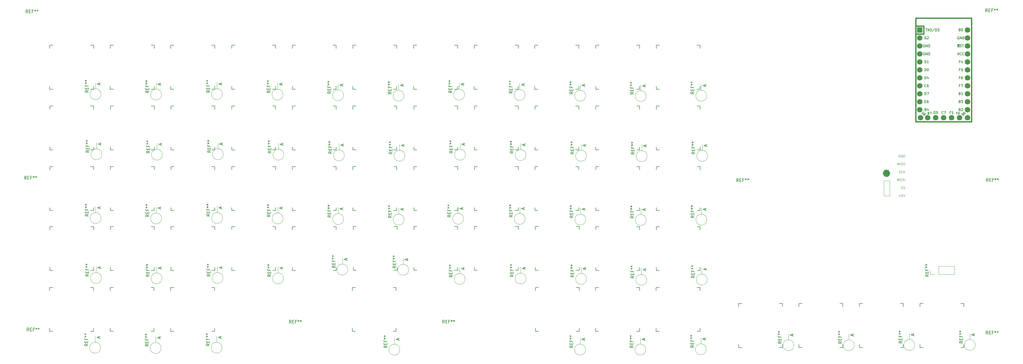
<source format=gbr>
G04 #@! TF.GenerationSoftware,KiCad,Pcbnew,(6.0.7)*
G04 #@! TF.CreationDate,2022-12-19T10:59:48-08:00*
G04 #@! TF.ProjectId,openot rev2,6f70656e-6f74-4207-9265-76322e6b6963,rev?*
G04 #@! TF.SameCoordinates,Original*
G04 #@! TF.FileFunction,Legend,Top*
G04 #@! TF.FilePolarity,Positive*
%FSLAX46Y46*%
G04 Gerber Fmt 4.6, Leading zero omitted, Abs format (unit mm)*
G04 Created by KiCad (PCBNEW (6.0.7)) date 2022-12-19 10:59:48*
%MOMM*%
%LPD*%
G01*
G04 APERTURE LIST*
%ADD10C,0.120000*%
%ADD11C,1.193578*%
%ADD12C,0.100000*%
%ADD13C,0.150000*%
%ADD14C,0.381000*%
%ADD15R,1.752600X1.752600*%
%ADD16C,1.752600*%
G04 APERTURE END LIST*
D10*
X336665683Y-131184234D02*
X338515683Y-131184234D01*
X338515683Y-131184234D02*
X338515683Y-136034234D01*
X338515683Y-136034234D02*
X336665683Y-136034234D01*
X336665683Y-136034234D02*
X336665683Y-131184234D01*
D11*
X338112472Y-128834234D02*
G75*
G03*
X338112472Y-128834234I-596789J0D01*
G01*
D12*
X342237111Y-133747805D02*
X342344254Y-133783519D01*
X342522825Y-133783519D01*
X342594254Y-133747805D01*
X342629968Y-133712091D01*
X342665682Y-133640662D01*
X342665682Y-133569234D01*
X342629968Y-133497805D01*
X342594254Y-133462091D01*
X342522825Y-133426376D01*
X342379968Y-133390662D01*
X342308540Y-133354948D01*
X342272825Y-133319234D01*
X342237111Y-133247805D01*
X342237111Y-133176376D01*
X342272825Y-133104948D01*
X342308540Y-133069234D01*
X342379968Y-133033519D01*
X342558540Y-133033519D01*
X342665682Y-133069234D01*
X342951397Y-133747805D02*
X343058540Y-133783519D01*
X343237111Y-133783519D01*
X343308540Y-133747805D01*
X343344254Y-133712091D01*
X343379968Y-133640662D01*
X343379968Y-133569234D01*
X343344254Y-133497805D01*
X343308540Y-133462091D01*
X343237111Y-133426376D01*
X343094254Y-133390662D01*
X343022825Y-133354948D01*
X342987111Y-133319234D01*
X342951397Y-133247805D01*
X342951397Y-133176376D01*
X342987111Y-133104948D01*
X343022825Y-133069234D01*
X343094254Y-133033519D01*
X343272825Y-133033519D01*
X343379968Y-133069234D01*
X341451397Y-128707805D02*
X341558540Y-128743519D01*
X341737111Y-128743519D01*
X341808540Y-128707805D01*
X341844254Y-128672091D01*
X341879968Y-128600662D01*
X341879968Y-128529234D01*
X341844254Y-128457805D01*
X341808540Y-128422091D01*
X341737111Y-128386376D01*
X341594254Y-128350662D01*
X341522825Y-128314948D01*
X341487111Y-128279234D01*
X341451397Y-128207805D01*
X341451397Y-128136376D01*
X341487111Y-128064948D01*
X341522825Y-128029234D01*
X341594254Y-127993519D01*
X341772825Y-127993519D01*
X341879968Y-128029234D01*
X342629968Y-128672091D02*
X342594254Y-128707805D01*
X342487111Y-128743519D01*
X342415683Y-128743519D01*
X342308540Y-128707805D01*
X342237111Y-128636376D01*
X342201397Y-128564948D01*
X342165683Y-128422091D01*
X342165683Y-128314948D01*
X342201397Y-128172091D01*
X342237111Y-128100662D01*
X342308540Y-128029234D01*
X342415683Y-127993519D01*
X342487111Y-127993519D01*
X342594254Y-128029234D01*
X342629968Y-128064948D01*
X342951397Y-128743519D02*
X342951397Y-127993519D01*
X343379968Y-128743519D02*
X343058540Y-128314948D01*
X343379968Y-127993519D02*
X342951397Y-128422091D01*
X341808540Y-122989234D02*
X341737111Y-122953519D01*
X341629969Y-122953519D01*
X341522826Y-122989234D01*
X341451397Y-123060662D01*
X341415683Y-123132091D01*
X341379969Y-123274948D01*
X341379969Y-123382091D01*
X341415683Y-123524948D01*
X341451397Y-123596376D01*
X341522826Y-123667805D01*
X341629969Y-123703519D01*
X341701397Y-123703519D01*
X341808540Y-123667805D01*
X341844254Y-123632091D01*
X341844254Y-123382091D01*
X341701397Y-123382091D01*
X342165683Y-123703519D02*
X342165683Y-122953519D01*
X342594254Y-123703519D01*
X342594254Y-122953519D01*
X342951397Y-123703519D02*
X342951397Y-122953519D01*
X343129969Y-122953519D01*
X343237111Y-122989234D01*
X343308540Y-123060662D01*
X343344254Y-123132091D01*
X343379969Y-123274948D01*
X343379969Y-123382091D01*
X343344254Y-123524948D01*
X343308540Y-123596376D01*
X343237111Y-123667805D01*
X343129969Y-123703519D01*
X342951397Y-123703519D01*
X340987111Y-126223519D02*
X340987111Y-125473519D01*
X341237111Y-126009234D01*
X341487111Y-125473519D01*
X341487111Y-126223519D01*
X341844254Y-126223519D02*
X341844254Y-125473519D01*
X342165683Y-126187805D02*
X342272825Y-126223519D01*
X342451397Y-126223519D01*
X342522825Y-126187805D01*
X342558540Y-126152091D01*
X342594254Y-126080662D01*
X342594254Y-126009234D01*
X342558540Y-125937805D01*
X342522825Y-125902091D01*
X342451397Y-125866376D01*
X342308540Y-125830662D01*
X342237111Y-125794948D01*
X342201397Y-125759234D01*
X342165683Y-125687805D01*
X342165683Y-125616376D01*
X342201397Y-125544948D01*
X342237111Y-125509234D01*
X342308540Y-125473519D01*
X342487111Y-125473519D01*
X342594254Y-125509234D01*
X343058540Y-125473519D02*
X343201397Y-125473519D01*
X343272825Y-125509234D01*
X343344254Y-125580662D01*
X343379968Y-125723519D01*
X343379968Y-125973519D01*
X343344254Y-126116376D01*
X343272825Y-126187805D01*
X343201397Y-126223519D01*
X343058540Y-126223519D01*
X342987111Y-126187805D01*
X342915683Y-126116376D01*
X342879968Y-125973519D01*
X342879968Y-125723519D01*
X342915683Y-125580662D01*
X342987111Y-125509234D01*
X343058540Y-125473519D01*
X340987111Y-131263519D02*
X340987111Y-130513519D01*
X341237111Y-131049234D01*
X341487111Y-130513519D01*
X341487111Y-131263519D01*
X341987111Y-130513519D02*
X342129968Y-130513519D01*
X342201397Y-130549234D01*
X342272825Y-130620662D01*
X342308540Y-130763519D01*
X342308540Y-131013519D01*
X342272825Y-131156376D01*
X342201397Y-131227805D01*
X342129968Y-131263519D01*
X341987111Y-131263519D01*
X341915683Y-131227805D01*
X341844254Y-131156376D01*
X341808540Y-131013519D01*
X341808540Y-130763519D01*
X341844254Y-130620662D01*
X341915683Y-130549234D01*
X341987111Y-130513519D01*
X342594254Y-131227805D02*
X342701397Y-131263519D01*
X342879968Y-131263519D01*
X342951397Y-131227805D01*
X342987111Y-131192091D01*
X343022825Y-131120662D01*
X343022825Y-131049234D01*
X342987111Y-130977805D01*
X342951397Y-130942091D01*
X342879968Y-130906376D01*
X342737111Y-130870662D01*
X342665683Y-130834948D01*
X342629968Y-130799234D01*
X342594254Y-130727805D01*
X342594254Y-130656376D01*
X342629968Y-130584948D01*
X342665683Y-130549234D01*
X342737111Y-130513519D01*
X342915683Y-130513519D01*
X343022825Y-130549234D01*
X343344254Y-131263519D02*
X343344254Y-130513519D01*
X341415683Y-136017805D02*
X341987111Y-136017805D01*
X341701397Y-136303519D02*
X341701397Y-135732091D01*
X342701397Y-135553519D02*
X342344254Y-135553519D01*
X342308540Y-135910662D01*
X342344254Y-135874948D01*
X342415683Y-135839234D01*
X342594254Y-135839234D01*
X342665683Y-135874948D01*
X342701397Y-135910662D01*
X342737111Y-135982091D01*
X342737111Y-136160662D01*
X342701397Y-136232091D01*
X342665683Y-136267805D01*
X342594254Y-136303519D01*
X342415683Y-136303519D01*
X342344254Y-136267805D01*
X342308540Y-136232091D01*
X342951397Y-135553519D02*
X343201397Y-136303519D01*
X343451397Y-135553519D01*
D13*
X181101745Y-158365516D02*
X180625555Y-158698849D01*
X181101745Y-158936944D02*
X180101745Y-158936944D01*
X180101745Y-158555992D01*
X180149365Y-158460754D01*
X180196984Y-158413135D01*
X180292222Y-158365516D01*
X180435079Y-158365516D01*
X180530317Y-158413135D01*
X180577936Y-158460754D01*
X180625555Y-158555992D01*
X180625555Y-158936944D01*
X180577936Y-157936944D02*
X180577936Y-157603611D01*
X181101745Y-157460754D02*
X181101745Y-157936944D01*
X180101745Y-157936944D01*
X180101745Y-157460754D01*
X180577936Y-156698849D02*
X180577936Y-157032183D01*
X181101745Y-157032183D02*
X180101745Y-157032183D01*
X180101745Y-156555992D01*
X180101745Y-156032183D02*
X180339841Y-156032183D01*
X180244603Y-156270278D02*
X180339841Y-156032183D01*
X180244603Y-155794087D01*
X180530317Y-156175040D02*
X180339841Y-156032183D01*
X180530317Y-155889325D01*
X180101745Y-155270278D02*
X180339841Y-155270278D01*
X180244603Y-155508373D02*
X180339841Y-155270278D01*
X180244603Y-155032183D01*
X180530317Y-155413135D02*
X180339841Y-155270278D01*
X180530317Y-155127421D01*
X184666666Y-156530278D02*
X184666666Y-156054087D01*
X184952380Y-156625516D02*
X183952380Y-156292183D01*
X184952380Y-155958849D01*
X369720149Y-77422614D02*
X369386816Y-76946424D01*
X369148721Y-77422614D02*
X369148721Y-76422614D01*
X369529673Y-76422614D01*
X369624911Y-76470234D01*
X369672530Y-76517853D01*
X369720149Y-76613091D01*
X369720149Y-76755948D01*
X369672530Y-76851186D01*
X369624911Y-76898805D01*
X369529673Y-76946424D01*
X369148721Y-76946424D01*
X370148721Y-76898805D02*
X370482054Y-76898805D01*
X370624911Y-77422614D02*
X370148721Y-77422614D01*
X370148721Y-76422614D01*
X370624911Y-76422614D01*
X371386816Y-76898805D02*
X371053483Y-76898805D01*
X371053483Y-77422614D02*
X371053483Y-76422614D01*
X371529673Y-76422614D01*
X372053483Y-76422614D02*
X372053483Y-76660710D01*
X371815387Y-76565472D02*
X372053483Y-76660710D01*
X372291578Y-76565472D01*
X371910625Y-76851186D02*
X372053483Y-76660710D01*
X372196340Y-76851186D01*
X372815387Y-76422614D02*
X372815387Y-76660710D01*
X372577292Y-76565472D02*
X372815387Y-76660710D01*
X373053483Y-76565472D01*
X372672530Y-76851186D02*
X372815387Y-76660710D01*
X372958244Y-76851186D01*
X83139012Y-160983631D02*
X82662822Y-161316964D01*
X83139012Y-161555059D02*
X82139012Y-161555059D01*
X82139012Y-161174107D01*
X82186632Y-161078869D01*
X82234251Y-161031250D01*
X82329489Y-160983631D01*
X82472346Y-160983631D01*
X82567584Y-161031250D01*
X82615203Y-161078869D01*
X82662822Y-161174107D01*
X82662822Y-161555059D01*
X82615203Y-160555059D02*
X82615203Y-160221726D01*
X83139012Y-160078869D02*
X83139012Y-160555059D01*
X82139012Y-160555059D01*
X82139012Y-160078869D01*
X82615203Y-159316964D02*
X82615203Y-159650298D01*
X83139012Y-159650298D02*
X82139012Y-159650298D01*
X82139012Y-159174107D01*
X82139012Y-158650298D02*
X82377108Y-158650298D01*
X82281870Y-158888393D02*
X82377108Y-158650298D01*
X82281870Y-158412202D01*
X82567584Y-158793155D02*
X82377108Y-158650298D01*
X82567584Y-158507440D01*
X82139012Y-157888393D02*
X82377108Y-157888393D01*
X82281870Y-158126488D02*
X82377108Y-157888393D01*
X82281870Y-157650298D01*
X82567584Y-158031250D02*
X82377108Y-157888393D01*
X82567584Y-157745536D01*
X86703933Y-159148393D02*
X86703933Y-158672202D01*
X86989647Y-159243631D02*
X85989647Y-158910298D01*
X86989647Y-158576964D01*
X237571012Y-142354648D02*
X237094822Y-142687981D01*
X237571012Y-142926076D02*
X236571012Y-142926076D01*
X236571012Y-142545124D01*
X236618632Y-142449886D01*
X236666251Y-142402267D01*
X236761489Y-142354648D01*
X236904346Y-142354648D01*
X236999584Y-142402267D01*
X237047203Y-142449886D01*
X237094822Y-142545124D01*
X237094822Y-142926076D01*
X237047203Y-141926076D02*
X237047203Y-141592743D01*
X237571012Y-141449886D02*
X237571012Y-141926076D01*
X236571012Y-141926076D01*
X236571012Y-141449886D01*
X237047203Y-140687981D02*
X237047203Y-141021315D01*
X237571012Y-141021315D02*
X236571012Y-141021315D01*
X236571012Y-140545124D01*
X236571012Y-140021315D02*
X236809108Y-140021315D01*
X236713870Y-140259410D02*
X236809108Y-140021315D01*
X236713870Y-139783219D01*
X236999584Y-140164172D02*
X236809108Y-140021315D01*
X236999584Y-139878457D01*
X236571012Y-139259410D02*
X236809108Y-139259410D01*
X236713870Y-139497505D02*
X236809108Y-139259410D01*
X236713870Y-139021315D01*
X236999584Y-139402267D02*
X236809108Y-139259410D01*
X236999584Y-139116553D01*
X241135933Y-140519410D02*
X241135933Y-140043219D01*
X241421647Y-140614648D02*
X240421647Y-140281315D01*
X241421647Y-139947981D01*
X196524333Y-176591512D02*
X196191000Y-176115322D01*
X195952905Y-176591512D02*
X195952905Y-175591512D01*
X196333857Y-175591512D01*
X196429095Y-175639132D01*
X196476714Y-175686751D01*
X196524333Y-175781989D01*
X196524333Y-175924846D01*
X196476714Y-176020084D01*
X196429095Y-176067703D01*
X196333857Y-176115322D01*
X195952905Y-176115322D01*
X196952905Y-176067703D02*
X197286238Y-176067703D01*
X197429095Y-176591512D02*
X196952905Y-176591512D01*
X196952905Y-175591512D01*
X197429095Y-175591512D01*
X198191000Y-176067703D02*
X197857667Y-176067703D01*
X197857667Y-176591512D02*
X197857667Y-175591512D01*
X198333857Y-175591512D01*
X198857667Y-175591512D02*
X198857667Y-175829608D01*
X198619571Y-175734370D02*
X198857667Y-175829608D01*
X199095762Y-175734370D01*
X198714809Y-176020084D02*
X198857667Y-175829608D01*
X199000524Y-176020084D01*
X199619571Y-175591512D02*
X199619571Y-175829608D01*
X199381476Y-175734370D02*
X199619571Y-175829608D01*
X199857667Y-175734370D01*
X199476714Y-176020084D02*
X199619571Y-175829608D01*
X199762428Y-176020084D01*
X160324745Y-102758150D02*
X159848555Y-103091483D01*
X160324745Y-103329578D02*
X159324745Y-103329578D01*
X159324745Y-102948626D01*
X159372365Y-102853388D01*
X159419984Y-102805769D01*
X159515222Y-102758150D01*
X159658079Y-102758150D01*
X159753317Y-102805769D01*
X159800936Y-102853388D01*
X159848555Y-102948626D01*
X159848555Y-103329578D01*
X159800936Y-102329578D02*
X159800936Y-101996245D01*
X160324745Y-101853388D02*
X160324745Y-102329578D01*
X159324745Y-102329578D01*
X159324745Y-101853388D01*
X159800936Y-101091483D02*
X159800936Y-101424817D01*
X160324745Y-101424817D02*
X159324745Y-101424817D01*
X159324745Y-100948626D01*
X159324745Y-100424817D02*
X159562841Y-100424817D01*
X159467603Y-100662912D02*
X159562841Y-100424817D01*
X159467603Y-100186721D01*
X159753317Y-100567674D02*
X159562841Y-100424817D01*
X159753317Y-100281959D01*
X159324745Y-99662912D02*
X159562841Y-99662912D01*
X159467603Y-99901007D02*
X159562841Y-99662912D01*
X159467603Y-99424817D01*
X159753317Y-99805769D02*
X159562841Y-99662912D01*
X159753317Y-99520055D01*
X163889666Y-100922912D02*
X163889666Y-100446721D01*
X164175380Y-101018150D02*
X163175380Y-100684817D01*
X164175380Y-100351483D01*
X369923349Y-131473814D02*
X369590016Y-130997624D01*
X369351921Y-131473814D02*
X369351921Y-130473814D01*
X369732873Y-130473814D01*
X369828111Y-130521434D01*
X369875730Y-130569053D01*
X369923349Y-130664291D01*
X369923349Y-130807148D01*
X369875730Y-130902386D01*
X369828111Y-130950005D01*
X369732873Y-130997624D01*
X369351921Y-130997624D01*
X370351921Y-130950005D02*
X370685254Y-130950005D01*
X370828111Y-131473814D02*
X370351921Y-131473814D01*
X370351921Y-130473814D01*
X370828111Y-130473814D01*
X371590016Y-130950005D02*
X371256683Y-130950005D01*
X371256683Y-131473814D02*
X371256683Y-130473814D01*
X371732873Y-130473814D01*
X372256683Y-130473814D02*
X372256683Y-130711910D01*
X372018587Y-130616672D02*
X372256683Y-130711910D01*
X372494778Y-130616672D01*
X372113825Y-130902386D02*
X372256683Y-130711910D01*
X372399540Y-130902386D01*
X373018587Y-130473814D02*
X373018587Y-130711910D01*
X372780492Y-130616672D02*
X373018587Y-130711910D01*
X373256683Y-130616672D01*
X372875730Y-130902386D02*
X373018587Y-130711910D01*
X373161444Y-130902386D01*
X83266012Y-121562831D02*
X82789822Y-121896164D01*
X83266012Y-122134259D02*
X82266012Y-122134259D01*
X82266012Y-121753307D01*
X82313632Y-121658069D01*
X82361251Y-121610450D01*
X82456489Y-121562831D01*
X82599346Y-121562831D01*
X82694584Y-121610450D01*
X82742203Y-121658069D01*
X82789822Y-121753307D01*
X82789822Y-122134259D01*
X82742203Y-121134259D02*
X82742203Y-120800926D01*
X83266012Y-120658069D02*
X83266012Y-121134259D01*
X82266012Y-121134259D01*
X82266012Y-120658069D01*
X82742203Y-119896164D02*
X82742203Y-120229498D01*
X83266012Y-120229498D02*
X82266012Y-120229498D01*
X82266012Y-119753307D01*
X82266012Y-119229498D02*
X82504108Y-119229498D01*
X82408870Y-119467593D02*
X82504108Y-119229498D01*
X82408870Y-118991402D01*
X82694584Y-119372355D02*
X82504108Y-119229498D01*
X82694584Y-119086640D01*
X82266012Y-118467593D02*
X82504108Y-118467593D01*
X82408870Y-118705688D02*
X82504108Y-118467593D01*
X82408870Y-118229498D01*
X82694584Y-118610450D02*
X82504108Y-118467593D01*
X82694584Y-118324736D01*
X86830933Y-119727593D02*
X86830933Y-119251402D01*
X87116647Y-119822831D02*
X86116647Y-119489498D01*
X87116647Y-119156164D01*
X237515345Y-183784150D02*
X237039155Y-184117483D01*
X237515345Y-184355578D02*
X236515345Y-184355578D01*
X236515345Y-183974626D01*
X236562965Y-183879388D01*
X236610584Y-183831769D01*
X236705822Y-183784150D01*
X236848679Y-183784150D01*
X236943917Y-183831769D01*
X236991536Y-183879388D01*
X237039155Y-183974626D01*
X237039155Y-184355578D01*
X236991536Y-183355578D02*
X236991536Y-183022245D01*
X237515345Y-182879388D02*
X237515345Y-183355578D01*
X236515345Y-183355578D01*
X236515345Y-182879388D01*
X236991536Y-182117483D02*
X236991536Y-182450817D01*
X237515345Y-182450817D02*
X236515345Y-182450817D01*
X236515345Y-181974626D01*
X236515345Y-181450817D02*
X236753441Y-181450817D01*
X236658203Y-181688912D02*
X236753441Y-181450817D01*
X236658203Y-181212721D01*
X236943917Y-181593674D02*
X236753441Y-181450817D01*
X236943917Y-181307959D01*
X236515345Y-180688912D02*
X236753441Y-180688912D01*
X236658203Y-180927007D02*
X236753441Y-180688912D01*
X236658203Y-180450817D01*
X236943917Y-180831769D02*
X236753441Y-180688912D01*
X236943917Y-180546055D01*
X241080266Y-181948912D02*
X241080266Y-181472721D01*
X241365980Y-182044150D02*
X240365980Y-181710817D01*
X241365980Y-181377483D01*
X82981745Y-102413333D02*
X82505555Y-102746666D01*
X82981745Y-102984761D02*
X81981745Y-102984761D01*
X81981745Y-102603809D01*
X82029365Y-102508571D01*
X82076984Y-102460952D01*
X82172222Y-102413333D01*
X82315079Y-102413333D01*
X82410317Y-102460952D01*
X82457936Y-102508571D01*
X82505555Y-102603809D01*
X82505555Y-102984761D01*
X82457936Y-101984761D02*
X82457936Y-101651428D01*
X82981745Y-101508571D02*
X82981745Y-101984761D01*
X81981745Y-101984761D01*
X81981745Y-101508571D01*
X82457936Y-100746666D02*
X82457936Y-101080000D01*
X82981745Y-101080000D02*
X81981745Y-101080000D01*
X81981745Y-100603809D01*
X81981745Y-100080000D02*
X82219841Y-100080000D01*
X82124603Y-100318095D02*
X82219841Y-100080000D01*
X82124603Y-99841904D01*
X82410317Y-100222857D02*
X82219841Y-100080000D01*
X82410317Y-99937142D01*
X81981745Y-99318095D02*
X82219841Y-99318095D01*
X82124603Y-99556190D02*
X82219841Y-99318095D01*
X82124603Y-99080000D01*
X82410317Y-99460952D02*
X82219841Y-99318095D01*
X82410317Y-99175238D01*
X86546666Y-100578095D02*
X86546666Y-100101904D01*
X86832380Y-100673333D02*
X85832380Y-100340000D01*
X86832380Y-100006666D01*
X179659012Y-142354648D02*
X179182822Y-142687981D01*
X179659012Y-142926076D02*
X178659012Y-142926076D01*
X178659012Y-142545124D01*
X178706632Y-142449886D01*
X178754251Y-142402267D01*
X178849489Y-142354648D01*
X178992346Y-142354648D01*
X179087584Y-142402267D01*
X179135203Y-142449886D01*
X179182822Y-142545124D01*
X179182822Y-142926076D01*
X179135203Y-141926076D02*
X179135203Y-141592743D01*
X179659012Y-141449886D02*
X179659012Y-141926076D01*
X178659012Y-141926076D01*
X178659012Y-141449886D01*
X179135203Y-140687981D02*
X179135203Y-141021315D01*
X179659012Y-141021315D02*
X178659012Y-141021315D01*
X178659012Y-140545124D01*
X178659012Y-140021315D02*
X178897108Y-140021315D01*
X178801870Y-140259410D02*
X178897108Y-140021315D01*
X178801870Y-139783219D01*
X179087584Y-140164172D02*
X178897108Y-140021315D01*
X179087584Y-139878457D01*
X178659012Y-139259410D02*
X178897108Y-139259410D01*
X178801870Y-139497505D02*
X178897108Y-139259410D01*
X178801870Y-139021315D01*
X179087584Y-139402267D02*
X178897108Y-139259410D01*
X179087584Y-139116553D01*
X183223933Y-140519410D02*
X183223933Y-140043219D01*
X183509647Y-140614648D02*
X182509647Y-140281315D01*
X183509647Y-139947981D01*
X276306012Y-161491631D02*
X275829822Y-161824964D01*
X276306012Y-162063059D02*
X275306012Y-162063059D01*
X275306012Y-161682107D01*
X275353632Y-161586869D01*
X275401251Y-161539250D01*
X275496489Y-161491631D01*
X275639346Y-161491631D01*
X275734584Y-161539250D01*
X275782203Y-161586869D01*
X275829822Y-161682107D01*
X275829822Y-162063059D01*
X275782203Y-161063059D02*
X275782203Y-160729726D01*
X276306012Y-160586869D02*
X276306012Y-161063059D01*
X275306012Y-161063059D01*
X275306012Y-160586869D01*
X275782203Y-159824964D02*
X275782203Y-160158298D01*
X276306012Y-160158298D02*
X275306012Y-160158298D01*
X275306012Y-159682107D01*
X275306012Y-159158298D02*
X275544108Y-159158298D01*
X275448870Y-159396393D02*
X275544108Y-159158298D01*
X275448870Y-158920202D01*
X275734584Y-159301155D02*
X275544108Y-159158298D01*
X275734584Y-159015440D01*
X275306012Y-158396393D02*
X275544108Y-158396393D01*
X275448870Y-158634488D02*
X275544108Y-158396393D01*
X275448870Y-158158298D01*
X275734584Y-158539250D02*
X275544108Y-158396393D01*
X275734584Y-158253536D01*
X279870933Y-159656393D02*
X279870933Y-159180202D01*
X280156647Y-159751631D02*
X279156647Y-159418298D01*
X280156647Y-159084964D01*
X141051012Y-142009831D02*
X140574822Y-142343164D01*
X141051012Y-142581259D02*
X140051012Y-142581259D01*
X140051012Y-142200307D01*
X140098632Y-142105069D01*
X140146251Y-142057450D01*
X140241489Y-142009831D01*
X140384346Y-142009831D01*
X140479584Y-142057450D01*
X140527203Y-142105069D01*
X140574822Y-142200307D01*
X140574822Y-142581259D01*
X140527203Y-141581259D02*
X140527203Y-141247926D01*
X141051012Y-141105069D02*
X141051012Y-141581259D01*
X140051012Y-141581259D01*
X140051012Y-141105069D01*
X140527203Y-140343164D02*
X140527203Y-140676498D01*
X141051012Y-140676498D02*
X140051012Y-140676498D01*
X140051012Y-140200307D01*
X140051012Y-139676498D02*
X140289108Y-139676498D01*
X140193870Y-139914593D02*
X140289108Y-139676498D01*
X140193870Y-139438402D01*
X140479584Y-139819355D02*
X140289108Y-139676498D01*
X140479584Y-139533640D01*
X140051012Y-138914593D02*
X140289108Y-138914593D01*
X140193870Y-139152688D02*
X140289108Y-138914593D01*
X140193870Y-138676498D01*
X140479584Y-139057450D02*
X140289108Y-138914593D01*
X140479584Y-138771736D01*
X144615933Y-140174593D02*
X144615933Y-139698402D01*
X144901647Y-140269831D02*
X143901647Y-139936498D01*
X144901647Y-139603164D01*
X102570012Y-121689831D02*
X102093822Y-122023164D01*
X102570012Y-122261259D02*
X101570012Y-122261259D01*
X101570012Y-121880307D01*
X101617632Y-121785069D01*
X101665251Y-121737450D01*
X101760489Y-121689831D01*
X101903346Y-121689831D01*
X101998584Y-121737450D01*
X102046203Y-121785069D01*
X102093822Y-121880307D01*
X102093822Y-122261259D01*
X102046203Y-121261259D02*
X102046203Y-120927926D01*
X102570012Y-120785069D02*
X102570012Y-121261259D01*
X101570012Y-121261259D01*
X101570012Y-120785069D01*
X102046203Y-120023164D02*
X102046203Y-120356498D01*
X102570012Y-120356498D02*
X101570012Y-120356498D01*
X101570012Y-119880307D01*
X101570012Y-119356498D02*
X101808108Y-119356498D01*
X101712870Y-119594593D02*
X101808108Y-119356498D01*
X101712870Y-119118402D01*
X101998584Y-119499355D02*
X101808108Y-119356498D01*
X101998584Y-119213640D01*
X101570012Y-118594593D02*
X101808108Y-118594593D01*
X101712870Y-118832688D02*
X101808108Y-118594593D01*
X101712870Y-118356498D01*
X101998584Y-118737450D02*
X101808108Y-118594593D01*
X101998584Y-118451736D01*
X106134933Y-119854593D02*
X106134933Y-119378402D01*
X106420647Y-119949831D02*
X105420647Y-119616498D01*
X106420647Y-119283164D01*
X161721745Y-158293333D02*
X161245555Y-158626666D01*
X161721745Y-158864761D02*
X160721745Y-158864761D01*
X160721745Y-158483809D01*
X160769365Y-158388571D01*
X160816984Y-158340952D01*
X160912222Y-158293333D01*
X161055079Y-158293333D01*
X161150317Y-158340952D01*
X161197936Y-158388571D01*
X161245555Y-158483809D01*
X161245555Y-158864761D01*
X161197936Y-157864761D02*
X161197936Y-157531428D01*
X161721745Y-157388571D02*
X161721745Y-157864761D01*
X160721745Y-157864761D01*
X160721745Y-157388571D01*
X161197936Y-156626666D02*
X161197936Y-156960000D01*
X161721745Y-156960000D02*
X160721745Y-156960000D01*
X160721745Y-156483809D01*
X160721745Y-155960000D02*
X160959841Y-155960000D01*
X160864603Y-156198095D02*
X160959841Y-155960000D01*
X160864603Y-155721904D01*
X161150317Y-156102857D02*
X160959841Y-155960000D01*
X161150317Y-155817142D01*
X160721745Y-155198095D02*
X160959841Y-155198095D01*
X160864603Y-155436190D02*
X160959841Y-155198095D01*
X160864603Y-154960000D01*
X161150317Y-155340952D02*
X160959841Y-155198095D01*
X161150317Y-155055238D01*
X165286666Y-156458095D02*
X165286666Y-155981904D01*
X165572380Y-156553333D02*
X164572380Y-156220000D01*
X165572380Y-155886666D01*
X199094879Y-161290163D02*
X198618689Y-161623496D01*
X199094879Y-161861591D02*
X198094879Y-161861591D01*
X198094879Y-161480639D01*
X198142499Y-161385401D01*
X198190118Y-161337782D01*
X198285356Y-161290163D01*
X198428213Y-161290163D01*
X198523451Y-161337782D01*
X198571070Y-161385401D01*
X198618689Y-161480639D01*
X198618689Y-161861591D01*
X198571070Y-160861591D02*
X198571070Y-160528258D01*
X199094879Y-160385401D02*
X199094879Y-160861591D01*
X198094879Y-160861591D01*
X198094879Y-160385401D01*
X198571070Y-159623496D02*
X198571070Y-159956830D01*
X199094879Y-159956830D02*
X198094879Y-159956830D01*
X198094879Y-159480639D01*
X198094879Y-158956830D02*
X198332975Y-158956830D01*
X198237737Y-159194925D02*
X198332975Y-158956830D01*
X198237737Y-158718734D01*
X198523451Y-159099687D02*
X198332975Y-158956830D01*
X198523451Y-158813972D01*
X198094879Y-158194925D02*
X198332975Y-158194925D01*
X198237737Y-158433020D02*
X198332975Y-158194925D01*
X198237737Y-157956830D01*
X198523451Y-158337782D02*
X198332975Y-158194925D01*
X198523451Y-158052068D01*
X202659800Y-159454925D02*
X202659800Y-158978734D01*
X202945514Y-159550163D02*
X201945514Y-159216830D01*
X202945514Y-158883496D01*
X83012012Y-141882831D02*
X82535822Y-142216164D01*
X83012012Y-142454259D02*
X82012012Y-142454259D01*
X82012012Y-142073307D01*
X82059632Y-141978069D01*
X82107251Y-141930450D01*
X82202489Y-141882831D01*
X82345346Y-141882831D01*
X82440584Y-141930450D01*
X82488203Y-141978069D01*
X82535822Y-142073307D01*
X82535822Y-142454259D01*
X82488203Y-141454259D02*
X82488203Y-141120926D01*
X83012012Y-140978069D02*
X83012012Y-141454259D01*
X82012012Y-141454259D01*
X82012012Y-140978069D01*
X82488203Y-140216164D02*
X82488203Y-140549498D01*
X83012012Y-140549498D02*
X82012012Y-140549498D01*
X82012012Y-140073307D01*
X82012012Y-139549498D02*
X82250108Y-139549498D01*
X82154870Y-139787593D02*
X82250108Y-139549498D01*
X82154870Y-139311402D01*
X82440584Y-139692355D02*
X82250108Y-139549498D01*
X82440584Y-139406640D01*
X82012012Y-138787593D02*
X82250108Y-138787593D01*
X82154870Y-139025688D02*
X82250108Y-138787593D01*
X82154870Y-138549498D01*
X82440584Y-138930450D02*
X82250108Y-138787593D01*
X82440584Y-138644736D01*
X86576933Y-140047593D02*
X86576933Y-139571402D01*
X86862647Y-140142831D02*
X85862647Y-139809498D01*
X86862647Y-139476164D01*
X121589745Y-183185333D02*
X121113555Y-183518666D01*
X121589745Y-183756761D02*
X120589745Y-183756761D01*
X120589745Y-183375809D01*
X120637365Y-183280571D01*
X120684984Y-183232952D01*
X120780222Y-183185333D01*
X120923079Y-183185333D01*
X121018317Y-183232952D01*
X121065936Y-183280571D01*
X121113555Y-183375809D01*
X121113555Y-183756761D01*
X121065936Y-182756761D02*
X121065936Y-182423428D01*
X121589745Y-182280571D02*
X121589745Y-182756761D01*
X120589745Y-182756761D01*
X120589745Y-182280571D01*
X121065936Y-181518666D02*
X121065936Y-181852000D01*
X121589745Y-181852000D02*
X120589745Y-181852000D01*
X120589745Y-181375809D01*
X120589745Y-180852000D02*
X120827841Y-180852000D01*
X120732603Y-181090095D02*
X120827841Y-180852000D01*
X120732603Y-180613904D01*
X121018317Y-180994857D02*
X120827841Y-180852000D01*
X121018317Y-180709142D01*
X120589745Y-180090095D02*
X120827841Y-180090095D01*
X120732603Y-180328190D02*
X120827841Y-180090095D01*
X120732603Y-179852000D01*
X121018317Y-180232952D02*
X120827841Y-180090095D01*
X121018317Y-179947238D01*
X125154666Y-181350095D02*
X125154666Y-180873904D01*
X125440380Y-181445333D02*
X124440380Y-181112000D01*
X125440380Y-180778666D01*
X218236745Y-102667333D02*
X217760555Y-103000666D01*
X218236745Y-103238761D02*
X217236745Y-103238761D01*
X217236745Y-102857809D01*
X217284365Y-102762571D01*
X217331984Y-102714952D01*
X217427222Y-102667333D01*
X217570079Y-102667333D01*
X217665317Y-102714952D01*
X217712936Y-102762571D01*
X217760555Y-102857809D01*
X217760555Y-103238761D01*
X217712936Y-102238761D02*
X217712936Y-101905428D01*
X218236745Y-101762571D02*
X218236745Y-102238761D01*
X217236745Y-102238761D01*
X217236745Y-101762571D01*
X217712936Y-101000666D02*
X217712936Y-101334000D01*
X218236745Y-101334000D02*
X217236745Y-101334000D01*
X217236745Y-100857809D01*
X217236745Y-100334000D02*
X217474841Y-100334000D01*
X217379603Y-100572095D02*
X217474841Y-100334000D01*
X217379603Y-100095904D01*
X217665317Y-100476857D02*
X217474841Y-100334000D01*
X217665317Y-100191142D01*
X217236745Y-99572095D02*
X217474841Y-99572095D01*
X217379603Y-99810190D02*
X217474841Y-99572095D01*
X217379603Y-99334000D01*
X217665317Y-99714952D02*
X217474841Y-99572095D01*
X217665317Y-99429238D01*
X221801666Y-100832095D02*
X221801666Y-100355904D01*
X222087380Y-100927333D02*
X221087380Y-100594000D01*
X222087380Y-100260666D01*
X63243749Y-130762614D02*
X62910416Y-130286424D01*
X62672321Y-130762614D02*
X62672321Y-129762614D01*
X63053273Y-129762614D01*
X63148511Y-129810234D01*
X63196130Y-129857853D01*
X63243749Y-129953091D01*
X63243749Y-130095948D01*
X63196130Y-130191186D01*
X63148511Y-130238805D01*
X63053273Y-130286424D01*
X62672321Y-130286424D01*
X63672321Y-130238805D02*
X64005654Y-130238805D01*
X64148511Y-130762614D02*
X63672321Y-130762614D01*
X63672321Y-129762614D01*
X64148511Y-129762614D01*
X64910416Y-130238805D02*
X64577083Y-130238805D01*
X64577083Y-130762614D02*
X64577083Y-129762614D01*
X65053273Y-129762614D01*
X65577083Y-129762614D02*
X65577083Y-130000710D01*
X65338987Y-129905472D02*
X65577083Y-130000710D01*
X65815178Y-129905472D01*
X65434225Y-130191186D02*
X65577083Y-130000710D01*
X65719940Y-130191186D01*
X66338987Y-129762614D02*
X66338987Y-130000710D01*
X66100892Y-129905472D02*
X66338987Y-130000710D01*
X66577083Y-129905472D01*
X66196130Y-130191186D02*
X66338987Y-130000710D01*
X66481844Y-130191186D01*
X361797545Y-182332515D02*
X361321355Y-182665848D01*
X361797545Y-182903943D02*
X360797545Y-182903943D01*
X360797545Y-182522991D01*
X360845165Y-182427753D01*
X360892784Y-182380134D01*
X360988022Y-182332515D01*
X361130879Y-182332515D01*
X361226117Y-182380134D01*
X361273736Y-182427753D01*
X361321355Y-182522991D01*
X361321355Y-182903943D01*
X361273736Y-181903943D02*
X361273736Y-181570610D01*
X361797545Y-181427753D02*
X361797545Y-181903943D01*
X360797545Y-181903943D01*
X360797545Y-181427753D01*
X361273736Y-180665848D02*
X361273736Y-180999182D01*
X361797545Y-180999182D02*
X360797545Y-180999182D01*
X360797545Y-180522991D01*
X360797545Y-179999182D02*
X361035641Y-179999182D01*
X360940403Y-180237277D02*
X361035641Y-179999182D01*
X360940403Y-179761086D01*
X361226117Y-180142039D02*
X361035641Y-179999182D01*
X361226117Y-179856324D01*
X360797545Y-179237277D02*
X361035641Y-179237277D01*
X360940403Y-179475372D02*
X361035641Y-179237277D01*
X360940403Y-178999182D01*
X361226117Y-179380134D02*
X361035641Y-179237277D01*
X361226117Y-179094420D01*
X365362466Y-180497277D02*
X365362466Y-180021086D01*
X365648180Y-180592515D02*
X364648180Y-180259182D01*
X365648180Y-179925848D01*
X218521012Y-121816831D02*
X218044822Y-122150164D01*
X218521012Y-122388259D02*
X217521012Y-122388259D01*
X217521012Y-122007307D01*
X217568632Y-121912069D01*
X217616251Y-121864450D01*
X217711489Y-121816831D01*
X217854346Y-121816831D01*
X217949584Y-121864450D01*
X217997203Y-121912069D01*
X218044822Y-122007307D01*
X218044822Y-122388259D01*
X217997203Y-121388259D02*
X217997203Y-121054926D01*
X218521012Y-120912069D02*
X218521012Y-121388259D01*
X217521012Y-121388259D01*
X217521012Y-120912069D01*
X217997203Y-120150164D02*
X217997203Y-120483498D01*
X218521012Y-120483498D02*
X217521012Y-120483498D01*
X217521012Y-120007307D01*
X217521012Y-119483498D02*
X217759108Y-119483498D01*
X217663870Y-119721593D02*
X217759108Y-119483498D01*
X217663870Y-119245402D01*
X217949584Y-119626355D02*
X217759108Y-119483498D01*
X217949584Y-119340640D01*
X217521012Y-118721593D02*
X217759108Y-118721593D01*
X217663870Y-118959688D02*
X217759108Y-118721593D01*
X217663870Y-118483498D01*
X217949584Y-118864450D02*
X217759108Y-118721593D01*
X217949584Y-118578736D01*
X222085933Y-119981593D02*
X222085933Y-119505402D01*
X222371647Y-120076831D02*
X221371647Y-119743498D01*
X222371647Y-119410164D01*
X102158745Y-183312333D02*
X101682555Y-183645666D01*
X102158745Y-183883761D02*
X101158745Y-183883761D01*
X101158745Y-183502809D01*
X101206365Y-183407571D01*
X101253984Y-183359952D01*
X101349222Y-183312333D01*
X101492079Y-183312333D01*
X101587317Y-183359952D01*
X101634936Y-183407571D01*
X101682555Y-183502809D01*
X101682555Y-183883761D01*
X101634936Y-182883761D02*
X101634936Y-182550428D01*
X102158745Y-182407571D02*
X102158745Y-182883761D01*
X101158745Y-182883761D01*
X101158745Y-182407571D01*
X101634936Y-181645666D02*
X101634936Y-181979000D01*
X102158745Y-181979000D02*
X101158745Y-181979000D01*
X101158745Y-181502809D01*
X101158745Y-180979000D02*
X101396841Y-180979000D01*
X101301603Y-181217095D02*
X101396841Y-180979000D01*
X101301603Y-180740904D01*
X101587317Y-181121857D02*
X101396841Y-180979000D01*
X101587317Y-180836142D01*
X101158745Y-180217095D02*
X101396841Y-180217095D01*
X101301603Y-180455190D02*
X101396841Y-180217095D01*
X101301603Y-179979000D01*
X101587317Y-180359952D02*
X101396841Y-180217095D01*
X101587317Y-180074238D01*
X105723666Y-181477095D02*
X105723666Y-181000904D01*
X106009380Y-181572333D02*
X105009380Y-181239000D01*
X106009380Y-180905666D01*
X160355012Y-142227648D02*
X159878822Y-142560981D01*
X160355012Y-142799076D02*
X159355012Y-142799076D01*
X159355012Y-142418124D01*
X159402632Y-142322886D01*
X159450251Y-142275267D01*
X159545489Y-142227648D01*
X159688346Y-142227648D01*
X159783584Y-142275267D01*
X159831203Y-142322886D01*
X159878822Y-142418124D01*
X159878822Y-142799076D01*
X159831203Y-141799076D02*
X159831203Y-141465743D01*
X160355012Y-141322886D02*
X160355012Y-141799076D01*
X159355012Y-141799076D01*
X159355012Y-141322886D01*
X159831203Y-140560981D02*
X159831203Y-140894315D01*
X160355012Y-140894315D02*
X159355012Y-140894315D01*
X159355012Y-140418124D01*
X159355012Y-139894315D02*
X159593108Y-139894315D01*
X159497870Y-140132410D02*
X159593108Y-139894315D01*
X159497870Y-139656219D01*
X159783584Y-140037172D02*
X159593108Y-139894315D01*
X159783584Y-139751457D01*
X159355012Y-139132410D02*
X159593108Y-139132410D01*
X159497870Y-139370505D02*
X159593108Y-139132410D01*
X159497870Y-138894315D01*
X159783584Y-139275267D02*
X159593108Y-139132410D01*
X159783584Y-138989553D01*
X163919933Y-140392410D02*
X163919933Y-139916219D01*
X164205647Y-140487648D02*
X163205647Y-140154315D01*
X164205647Y-139820981D01*
X349749302Y-105954291D02*
X350015968Y-105954291D01*
X350130254Y-106373338D02*
X349749302Y-106373338D01*
X349749302Y-105573338D01*
X350130254Y-105573338D01*
X350815968Y-105573338D02*
X350663587Y-105573338D01*
X350587397Y-105611434D01*
X350549302Y-105649529D01*
X350473111Y-105763814D01*
X350435016Y-105916195D01*
X350435016Y-106220957D01*
X350473111Y-106297148D01*
X350511206Y-106335243D01*
X350587397Y-106373338D01*
X350739778Y-106373338D01*
X350815968Y-106335243D01*
X350854063Y-106297148D01*
X350892159Y-106220957D01*
X350892159Y-106030481D01*
X350854063Y-105954291D01*
X350815968Y-105916195D01*
X350739778Y-105878100D01*
X350587397Y-105878100D01*
X350511206Y-105916195D01*
X350473111Y-105954291D01*
X350435016Y-106030481D01*
X360899873Y-83094291D02*
X361014159Y-83132386D01*
X361052254Y-83170481D01*
X361090349Y-83246672D01*
X361090349Y-83360957D01*
X361052254Y-83437148D01*
X361014159Y-83475243D01*
X360937968Y-83513338D01*
X360633206Y-83513338D01*
X360633206Y-82713338D01*
X360899873Y-82713338D01*
X360976063Y-82751434D01*
X361014159Y-82789529D01*
X361052254Y-82865719D01*
X361052254Y-82941910D01*
X361014159Y-83018100D01*
X360976063Y-83056195D01*
X360899873Y-83094291D01*
X360633206Y-83094291D01*
X361585587Y-82713338D02*
X361661778Y-82713338D01*
X361737968Y-82751434D01*
X361776063Y-82789529D01*
X361814159Y-82865719D01*
X361852254Y-83018100D01*
X361852254Y-83208576D01*
X361814159Y-83360957D01*
X361776063Y-83437148D01*
X361737968Y-83475243D01*
X361661778Y-83513338D01*
X361585587Y-83513338D01*
X361509397Y-83475243D01*
X361471302Y-83437148D01*
X361433206Y-83360957D01*
X361395111Y-83208576D01*
X361395111Y-83018100D01*
X361433206Y-82865719D01*
X361471302Y-82789529D01*
X361509397Y-82751434D01*
X361585587Y-82713338D01*
X349711206Y-96213338D02*
X349711206Y-95413338D01*
X349901683Y-95413338D01*
X350015968Y-95451434D01*
X350092159Y-95527624D01*
X350130254Y-95603814D01*
X350168349Y-95756195D01*
X350168349Y-95870481D01*
X350130254Y-96022862D01*
X350092159Y-96099053D01*
X350015968Y-96175243D01*
X349901683Y-96213338D01*
X349711206Y-96213338D01*
X350663587Y-95413338D02*
X350739778Y-95413338D01*
X350815968Y-95451434D01*
X350854063Y-95489529D01*
X350892159Y-95565719D01*
X350930254Y-95718100D01*
X350930254Y-95908576D01*
X350892159Y-96060957D01*
X350854063Y-96137148D01*
X350815968Y-96175243D01*
X350739778Y-96213338D01*
X350663587Y-96213338D01*
X350587397Y-96175243D01*
X350549302Y-96137148D01*
X350511206Y-96060957D01*
X350473111Y-95908576D01*
X350473111Y-95718100D01*
X350511206Y-95565719D01*
X350549302Y-95489529D01*
X350587397Y-95451434D01*
X350663587Y-95413338D01*
X349527674Y-110057136D02*
X349480534Y-109962855D01*
X349480534Y-109915714D01*
X349504104Y-109845004D01*
X349574815Y-109774293D01*
X349645525Y-109750723D01*
X349692666Y-109750723D01*
X349763376Y-109774293D01*
X349951938Y-109962855D01*
X349456963Y-110457830D01*
X349291972Y-110292838D01*
X349268402Y-110222127D01*
X349268402Y-110174987D01*
X349291972Y-110104276D01*
X349339112Y-110057136D01*
X349409823Y-110033566D01*
X349456963Y-110033566D01*
X349527674Y-110057136D01*
X349692666Y-110222127D01*
X348726286Y-109727153D02*
X348961989Y-109962855D01*
X349221261Y-109750723D01*
X349174121Y-109750723D01*
X349103410Y-109727153D01*
X348985559Y-109609301D01*
X348961989Y-109538591D01*
X348961989Y-109491450D01*
X348985559Y-109420740D01*
X349103410Y-109302889D01*
X349174121Y-109279318D01*
X349221261Y-109279318D01*
X349291972Y-109302889D01*
X349409823Y-109420740D01*
X349433393Y-109491450D01*
X349433393Y-109538591D01*
X349711206Y-98753338D02*
X349711206Y-97953338D01*
X349901683Y-97953338D01*
X350015968Y-97991434D01*
X350092159Y-98067624D01*
X350130254Y-98143814D01*
X350168349Y-98296195D01*
X350168349Y-98410481D01*
X350130254Y-98562862D01*
X350092159Y-98639053D01*
X350015968Y-98715243D01*
X349901683Y-98753338D01*
X349711206Y-98753338D01*
X350854063Y-98220005D02*
X350854063Y-98753338D01*
X350663587Y-97915243D02*
X350473111Y-98486672D01*
X350968349Y-98486672D01*
X360957016Y-95794291D02*
X360690349Y-95794291D01*
X360690349Y-96213338D02*
X360690349Y-95413338D01*
X361071302Y-95413338D01*
X361757016Y-95413338D02*
X361376063Y-95413338D01*
X361337968Y-95794291D01*
X361376063Y-95756195D01*
X361452254Y-95718100D01*
X361642730Y-95718100D01*
X361718921Y-95756195D01*
X361757016Y-95794291D01*
X361795111Y-95870481D01*
X361795111Y-96060957D01*
X361757016Y-96137148D01*
X361718921Y-96175243D01*
X361642730Y-96213338D01*
X361452254Y-96213338D01*
X361376063Y-96175243D01*
X361337968Y-96137148D01*
X355629349Y-109807148D02*
X355591254Y-109845243D01*
X355476968Y-109883338D01*
X355400778Y-109883338D01*
X355286492Y-109845243D01*
X355210302Y-109769053D01*
X355172206Y-109692862D01*
X355134111Y-109540481D01*
X355134111Y-109426195D01*
X355172206Y-109273814D01*
X355210302Y-109197624D01*
X355286492Y-109121434D01*
X355400778Y-109083338D01*
X355476968Y-109083338D01*
X355591254Y-109121434D01*
X355629349Y-109159529D01*
X355896016Y-109083338D02*
X356429349Y-109083338D01*
X356086492Y-109883338D01*
X360614159Y-85291434D02*
X360537968Y-85253338D01*
X360423683Y-85253338D01*
X360309397Y-85291434D01*
X360233206Y-85367624D01*
X360195111Y-85443814D01*
X360157016Y-85596195D01*
X360157016Y-85710481D01*
X360195111Y-85862862D01*
X360233206Y-85939053D01*
X360309397Y-86015243D01*
X360423683Y-86053338D01*
X360499873Y-86053338D01*
X360614159Y-86015243D01*
X360652254Y-85977148D01*
X360652254Y-85710481D01*
X360499873Y-85710481D01*
X360995111Y-86053338D02*
X360995111Y-85253338D01*
X361452254Y-86053338D01*
X361452254Y-85253338D01*
X361833206Y-86053338D02*
X361833206Y-85253338D01*
X362023683Y-85253338D01*
X362137968Y-85291434D01*
X362214159Y-85367624D01*
X362252254Y-85443814D01*
X362290349Y-85596195D01*
X362290349Y-85710481D01*
X362252254Y-85862862D01*
X362214159Y-85939053D01*
X362137968Y-86015243D01*
X362023683Y-86053338D01*
X361833206Y-86053338D01*
X360029349Y-109671434D02*
X359796016Y-109671434D01*
X359796016Y-110038100D02*
X359796016Y-109338100D01*
X360129349Y-109338100D01*
X360529349Y-109338100D02*
X360596016Y-109338100D01*
X360662683Y-109371434D01*
X360696016Y-109404767D01*
X360729349Y-109471434D01*
X360762683Y-109604767D01*
X360762683Y-109771434D01*
X360729349Y-109904767D01*
X360696016Y-109971434D01*
X360662683Y-110004767D01*
X360596016Y-110038100D01*
X360529349Y-110038100D01*
X360462683Y-110004767D01*
X360429349Y-109971434D01*
X360396016Y-109904767D01*
X360362683Y-109771434D01*
X360362683Y-109604767D01*
X360396016Y-109471434D01*
X360429349Y-109404767D01*
X360462683Y-109371434D01*
X360529349Y-109338100D01*
X360957016Y-100874291D02*
X360690349Y-100874291D01*
X360690349Y-101293338D02*
X360690349Y-100493338D01*
X361071302Y-100493338D01*
X361299873Y-100493338D02*
X361833206Y-100493338D01*
X361490349Y-101293338D01*
X349692159Y-90371434D02*
X349615968Y-90333338D01*
X349501683Y-90333338D01*
X349387397Y-90371434D01*
X349311206Y-90447624D01*
X349273111Y-90523814D01*
X349235016Y-90676195D01*
X349235016Y-90790481D01*
X349273111Y-90942862D01*
X349311206Y-91019053D01*
X349387397Y-91095243D01*
X349501683Y-91133338D01*
X349577873Y-91133338D01*
X349692159Y-91095243D01*
X349730254Y-91057148D01*
X349730254Y-90790481D01*
X349577873Y-90790481D01*
X350073111Y-91133338D02*
X350073111Y-90333338D01*
X350530254Y-91133338D01*
X350530254Y-90333338D01*
X350911206Y-91133338D02*
X350911206Y-90333338D01*
X351101683Y-90333338D01*
X351215968Y-90371434D01*
X351292159Y-90447624D01*
X351330254Y-90523814D01*
X351368349Y-90676195D01*
X351368349Y-90790481D01*
X351330254Y-90942862D01*
X351292159Y-91019053D01*
X351215968Y-91095243D01*
X351101683Y-91133338D01*
X350911206Y-91133338D01*
X360957016Y-98334291D02*
X360690349Y-98334291D01*
X360690349Y-98753338D02*
X360690349Y-97953338D01*
X361071302Y-97953338D01*
X361718921Y-97953338D02*
X361566540Y-97953338D01*
X361490349Y-97991434D01*
X361452254Y-98029529D01*
X361376063Y-98143814D01*
X361337968Y-98296195D01*
X361337968Y-98600957D01*
X361376063Y-98677148D01*
X361414159Y-98715243D01*
X361490349Y-98753338D01*
X361642730Y-98753338D01*
X361718921Y-98715243D01*
X361757016Y-98677148D01*
X361795111Y-98600957D01*
X361795111Y-98410481D01*
X361757016Y-98334291D01*
X361718921Y-98296195D01*
X361642730Y-98258100D01*
X361490349Y-98258100D01*
X361414159Y-98296195D01*
X361376063Y-98334291D01*
X361337968Y-98410481D01*
X360899873Y-105954291D02*
X361014159Y-105992386D01*
X361052254Y-106030481D01*
X361090349Y-106106672D01*
X361090349Y-106220957D01*
X361052254Y-106297148D01*
X361014159Y-106335243D01*
X360937968Y-106373338D01*
X360633206Y-106373338D01*
X360633206Y-105573338D01*
X360899873Y-105573338D01*
X360976063Y-105611434D01*
X361014159Y-105649529D01*
X361052254Y-105725719D01*
X361052254Y-105801910D01*
X361014159Y-105878100D01*
X360976063Y-105916195D01*
X360899873Y-105954291D01*
X360633206Y-105954291D01*
X361357016Y-105573338D02*
X361852254Y-105573338D01*
X361585587Y-105878100D01*
X361699873Y-105878100D01*
X361776063Y-105916195D01*
X361814159Y-105954291D01*
X361852254Y-106030481D01*
X361852254Y-106220957D01*
X361814159Y-106297148D01*
X361776063Y-106335243D01*
X361699873Y-106373338D01*
X361471302Y-106373338D01*
X361395111Y-106335243D01*
X361357016Y-106297148D01*
X349711206Y-86053338D02*
X349711206Y-85253338D01*
X349901683Y-85253338D01*
X350015968Y-85291434D01*
X350092159Y-85367624D01*
X350130254Y-85443814D01*
X350168349Y-85596195D01*
X350168349Y-85710481D01*
X350130254Y-85862862D01*
X350092159Y-85939053D01*
X350015968Y-86015243D01*
X349901683Y-86053338D01*
X349711206Y-86053338D01*
X350473111Y-85329529D02*
X350511206Y-85291434D01*
X350587397Y-85253338D01*
X350777873Y-85253338D01*
X350854063Y-85291434D01*
X350892159Y-85329529D01*
X350930254Y-85405719D01*
X350930254Y-85481910D01*
X350892159Y-85596195D01*
X350435016Y-86053338D01*
X350930254Y-86053338D01*
X350979349Y-109671434D02*
X351079349Y-109704767D01*
X351112683Y-109738100D01*
X351146016Y-109804767D01*
X351146016Y-109904767D01*
X351112683Y-109971434D01*
X351079349Y-110004767D01*
X351012683Y-110038100D01*
X350746016Y-110038100D01*
X350746016Y-109338100D01*
X350979349Y-109338100D01*
X351046016Y-109371434D01*
X351079349Y-109404767D01*
X351112683Y-109471434D01*
X351112683Y-109538100D01*
X351079349Y-109604767D01*
X351046016Y-109638100D01*
X350979349Y-109671434D01*
X350746016Y-109671434D01*
X351379349Y-109338100D02*
X351846016Y-109338100D01*
X351546016Y-110038100D01*
X350168349Y-101217148D02*
X350130254Y-101255243D01*
X350015968Y-101293338D01*
X349939778Y-101293338D01*
X349825492Y-101255243D01*
X349749302Y-101179053D01*
X349711206Y-101102862D01*
X349673111Y-100950481D01*
X349673111Y-100836195D01*
X349711206Y-100683814D01*
X349749302Y-100607624D01*
X349825492Y-100531434D01*
X349939778Y-100493338D01*
X350015968Y-100493338D01*
X350130254Y-100531434D01*
X350168349Y-100569529D01*
X350854063Y-100493338D02*
X350701683Y-100493338D01*
X350625492Y-100531434D01*
X350587397Y-100569529D01*
X350511206Y-100683814D01*
X350473111Y-100836195D01*
X350473111Y-101140957D01*
X350511206Y-101217148D01*
X350549302Y-101255243D01*
X350625492Y-101293338D01*
X350777873Y-101293338D01*
X350854063Y-101255243D01*
X350892159Y-101217148D01*
X350930254Y-101140957D01*
X350930254Y-100950481D01*
X350892159Y-100874291D01*
X350854063Y-100836195D01*
X350777873Y-100798100D01*
X350625492Y-100798100D01*
X350549302Y-100836195D01*
X350511206Y-100874291D01*
X350473111Y-100950481D01*
X349711206Y-93673338D02*
X349711206Y-92873338D01*
X349901683Y-92873338D01*
X350015968Y-92911434D01*
X350092159Y-92987624D01*
X350130254Y-93063814D01*
X350168349Y-93216195D01*
X350168349Y-93330481D01*
X350130254Y-93482862D01*
X350092159Y-93559053D01*
X350015968Y-93635243D01*
X349901683Y-93673338D01*
X349711206Y-93673338D01*
X350930254Y-93673338D02*
X350473111Y-93673338D01*
X350701683Y-93673338D02*
X350701683Y-92873338D01*
X350625492Y-92987624D01*
X350549302Y-93063814D01*
X350473111Y-93101910D01*
X360899873Y-103414291D02*
X361014159Y-103452386D01*
X361052254Y-103490481D01*
X361090349Y-103566672D01*
X361090349Y-103680957D01*
X361052254Y-103757148D01*
X361014159Y-103795243D01*
X360937968Y-103833338D01*
X360633206Y-103833338D01*
X360633206Y-103033338D01*
X360899873Y-103033338D01*
X360976063Y-103071434D01*
X361014159Y-103109529D01*
X361052254Y-103185719D01*
X361052254Y-103261910D01*
X361014159Y-103338100D01*
X360976063Y-103376195D01*
X360899873Y-103414291D01*
X360633206Y-103414291D01*
X361852254Y-103833338D02*
X361395111Y-103833338D01*
X361623683Y-103833338D02*
X361623683Y-103033338D01*
X361547492Y-103147624D01*
X361471302Y-103223814D01*
X361395111Y-103261910D01*
X349711206Y-103833338D02*
X349711206Y-103033338D01*
X349901683Y-103033338D01*
X350015968Y-103071434D01*
X350092159Y-103147624D01*
X350130254Y-103223814D01*
X350168349Y-103376195D01*
X350168349Y-103490481D01*
X350130254Y-103642862D01*
X350092159Y-103719053D01*
X350015968Y-103795243D01*
X349901683Y-103833338D01*
X349711206Y-103833338D01*
X350435016Y-103033338D02*
X350968349Y-103033338D01*
X350625492Y-103833338D01*
X352632206Y-109883338D02*
X352632206Y-109083338D01*
X352822683Y-109083338D01*
X352936968Y-109121434D01*
X353013159Y-109197624D01*
X353051254Y-109273814D01*
X353089349Y-109426195D01*
X353089349Y-109540481D01*
X353051254Y-109692862D01*
X353013159Y-109769053D01*
X352936968Y-109845243D01*
X352822683Y-109883338D01*
X352632206Y-109883338D01*
X353813159Y-109083338D02*
X353432206Y-109083338D01*
X353394111Y-109464291D01*
X353432206Y-109426195D01*
X353508397Y-109388100D01*
X353698873Y-109388100D01*
X353775063Y-109426195D01*
X353813159Y-109464291D01*
X353851254Y-109540481D01*
X353851254Y-109730957D01*
X353813159Y-109807148D01*
X353775063Y-109845243D01*
X353698873Y-109883338D01*
X353508397Y-109883338D01*
X353432206Y-109845243D01*
X353394111Y-109807148D01*
X360157016Y-90333338D02*
X360423683Y-91133338D01*
X360690349Y-90333338D01*
X361414159Y-91057148D02*
X361376063Y-91095243D01*
X361261778Y-91133338D01*
X361185587Y-91133338D01*
X361071302Y-91095243D01*
X360995111Y-91019053D01*
X360957016Y-90942862D01*
X360918921Y-90790481D01*
X360918921Y-90676195D01*
X360957016Y-90523814D01*
X360995111Y-90447624D01*
X361071302Y-90371434D01*
X361185587Y-90333338D01*
X361261778Y-90333338D01*
X361376063Y-90371434D01*
X361414159Y-90409529D01*
X362214159Y-91057148D02*
X362176063Y-91095243D01*
X362061778Y-91133338D01*
X361985587Y-91133338D01*
X361871302Y-91095243D01*
X361795111Y-91019053D01*
X361757016Y-90942862D01*
X361718921Y-90790481D01*
X361718921Y-90676195D01*
X361757016Y-90523814D01*
X361795111Y-90447624D01*
X361871302Y-90371434D01*
X361985587Y-90333338D01*
X362061778Y-90333338D01*
X362176063Y-90371434D01*
X362214159Y-90409529D01*
X361926980Y-109986425D02*
X362021261Y-109939285D01*
X362068402Y-109939285D01*
X362139112Y-109962855D01*
X362209823Y-110033566D01*
X362233393Y-110104276D01*
X362233393Y-110151417D01*
X362209823Y-110222127D01*
X362021261Y-110410689D01*
X361526286Y-109915714D01*
X361691278Y-109750723D01*
X361761989Y-109727153D01*
X361809129Y-109727153D01*
X361879840Y-109750723D01*
X361926980Y-109797863D01*
X361950550Y-109868574D01*
X361950550Y-109915714D01*
X361926980Y-109986425D01*
X361761989Y-110151417D01*
X362233393Y-109208608D02*
X362139112Y-109302889D01*
X362115542Y-109373599D01*
X362115542Y-109420740D01*
X362139112Y-109538591D01*
X362209823Y-109656442D01*
X362398385Y-109845004D01*
X362469095Y-109868574D01*
X362516236Y-109868574D01*
X362586947Y-109845004D01*
X362681227Y-109750723D01*
X362704798Y-109680012D01*
X362704798Y-109632872D01*
X362681227Y-109562161D01*
X362563376Y-109444310D01*
X362492666Y-109420740D01*
X362445525Y-109420740D01*
X362374815Y-109444310D01*
X362280534Y-109538591D01*
X362256963Y-109609301D01*
X362256963Y-109656442D01*
X362280534Y-109727153D01*
X360899873Y-108494291D02*
X361014159Y-108532386D01*
X361052254Y-108570481D01*
X361090349Y-108646672D01*
X361090349Y-108760957D01*
X361052254Y-108837148D01*
X361014159Y-108875243D01*
X360937968Y-108913338D01*
X360633206Y-108913338D01*
X360633206Y-108113338D01*
X360899873Y-108113338D01*
X360976063Y-108151434D01*
X361014159Y-108189529D01*
X361052254Y-108265719D01*
X361052254Y-108341910D01*
X361014159Y-108418100D01*
X360976063Y-108456195D01*
X360899873Y-108494291D01*
X360633206Y-108494291D01*
X361395111Y-108189529D02*
X361433206Y-108151434D01*
X361509397Y-108113338D01*
X361699873Y-108113338D01*
X361776063Y-108151434D01*
X361814159Y-108189529D01*
X361852254Y-108265719D01*
X361852254Y-108341910D01*
X361814159Y-108456195D01*
X361357016Y-108913338D01*
X361852254Y-108913338D01*
X349977873Y-108494291D02*
X350092159Y-108532386D01*
X350130254Y-108570481D01*
X350168349Y-108646672D01*
X350168349Y-108760957D01*
X350130254Y-108837148D01*
X350092159Y-108875243D01*
X350015968Y-108913338D01*
X349711206Y-108913338D01*
X349711206Y-108113338D01*
X349977873Y-108113338D01*
X350054063Y-108151434D01*
X350092159Y-108189529D01*
X350130254Y-108265719D01*
X350130254Y-108341910D01*
X350092159Y-108418100D01*
X350054063Y-108456195D01*
X349977873Y-108494291D01*
X349711206Y-108494291D01*
X350854063Y-108380005D02*
X350854063Y-108913338D01*
X350663587Y-108075243D02*
X350473111Y-108646672D01*
X350968349Y-108646672D01*
X349692159Y-87831434D02*
X349615968Y-87793338D01*
X349501683Y-87793338D01*
X349387397Y-87831434D01*
X349311206Y-87907624D01*
X349273111Y-87983814D01*
X349235016Y-88136195D01*
X349235016Y-88250481D01*
X349273111Y-88402862D01*
X349311206Y-88479053D01*
X349387397Y-88555243D01*
X349501683Y-88593338D01*
X349577873Y-88593338D01*
X349692159Y-88555243D01*
X349730254Y-88517148D01*
X349730254Y-88250481D01*
X349577873Y-88250481D01*
X350073111Y-88593338D02*
X350073111Y-87793338D01*
X350530254Y-88593338D01*
X350530254Y-87793338D01*
X350911206Y-88593338D02*
X350911206Y-87793338D01*
X351101683Y-87793338D01*
X351215968Y-87831434D01*
X351292159Y-87907624D01*
X351330254Y-87983814D01*
X351368349Y-88136195D01*
X351368349Y-88250481D01*
X351330254Y-88402862D01*
X351292159Y-88479053D01*
X351215968Y-88555243D01*
X351101683Y-88593338D01*
X350911206Y-88593338D01*
X350000334Y-82713338D02*
X350457477Y-82713338D01*
X350228906Y-83513338D02*
X350228906Y-82713338D01*
X350647953Y-82713338D02*
X351181287Y-83513338D01*
X351181287Y-82713338D02*
X350647953Y-83513338D01*
X351638430Y-82713338D02*
X351714620Y-82713338D01*
X351790811Y-82751434D01*
X351828906Y-82789529D01*
X351867001Y-82865719D01*
X351905096Y-83018100D01*
X351905096Y-83208576D01*
X351867001Y-83360957D01*
X351828906Y-83437148D01*
X351790811Y-83475243D01*
X351714620Y-83513338D01*
X351638430Y-83513338D01*
X351562239Y-83475243D01*
X351524144Y-83437148D01*
X351486049Y-83360957D01*
X351447953Y-83208576D01*
X351447953Y-83018100D01*
X351486049Y-82865719D01*
X351524144Y-82789529D01*
X351562239Y-82751434D01*
X351638430Y-82713338D01*
X352819382Y-82675243D02*
X352133668Y-83703814D01*
X353086049Y-83513338D02*
X353086049Y-82713338D01*
X353276525Y-82713338D01*
X353390811Y-82751434D01*
X353467001Y-82827624D01*
X353505096Y-82903814D01*
X353543191Y-83056195D01*
X353543191Y-83170481D01*
X353505096Y-83322862D01*
X353467001Y-83399053D01*
X353390811Y-83475243D01*
X353276525Y-83513338D01*
X353086049Y-83513338D01*
X353809858Y-82713338D02*
X354305096Y-82713338D01*
X354038430Y-83018100D01*
X354152715Y-83018100D01*
X354228906Y-83056195D01*
X354267001Y-83094291D01*
X354305096Y-83170481D01*
X354305096Y-83360957D01*
X354267001Y-83437148D01*
X354228906Y-83475243D01*
X354152715Y-83513338D01*
X353924144Y-83513338D01*
X353847953Y-83475243D01*
X353809858Y-83437148D01*
X360957016Y-93254291D02*
X360690349Y-93254291D01*
X360690349Y-93673338D02*
X360690349Y-92873338D01*
X361071302Y-92873338D01*
X361718921Y-93140005D02*
X361718921Y-93673338D01*
X361528444Y-92835243D02*
X361337968Y-93406672D01*
X361833206Y-93406672D01*
X360962469Y-88525243D02*
X361076755Y-88563338D01*
X361267231Y-88563338D01*
X361343422Y-88525243D01*
X361381517Y-88487148D01*
X361419612Y-88410957D01*
X361419612Y-88334767D01*
X361381517Y-88258576D01*
X361343422Y-88220481D01*
X361267231Y-88182386D01*
X361114850Y-88144291D01*
X361038660Y-88106195D01*
X361000564Y-88068100D01*
X360962469Y-87991910D01*
X360962469Y-87915719D01*
X361000564Y-87839529D01*
X361038660Y-87801434D01*
X361114850Y-87763338D01*
X361305326Y-87763338D01*
X361419612Y-87801434D01*
X361648183Y-87763338D02*
X362105326Y-87763338D01*
X361876755Y-88563338D02*
X361876755Y-87763338D01*
X358036016Y-109464291D02*
X357769349Y-109464291D01*
X357769349Y-109883338D02*
X357769349Y-109083338D01*
X358150302Y-109083338D01*
X358874111Y-109883338D02*
X358416968Y-109883338D01*
X358645540Y-109883338D02*
X358645540Y-109083338D01*
X358569349Y-109197624D01*
X358493159Y-109273814D01*
X358416968Y-109311910D01*
X82854745Y-183185333D02*
X82378555Y-183518666D01*
X82854745Y-183756761D02*
X81854745Y-183756761D01*
X81854745Y-183375809D01*
X81902365Y-183280571D01*
X81949984Y-183232952D01*
X82045222Y-183185333D01*
X82188079Y-183185333D01*
X82283317Y-183232952D01*
X82330936Y-183280571D01*
X82378555Y-183375809D01*
X82378555Y-183756761D01*
X82330936Y-182756761D02*
X82330936Y-182423428D01*
X82854745Y-182280571D02*
X82854745Y-182756761D01*
X81854745Y-182756761D01*
X81854745Y-182280571D01*
X82330936Y-181518666D02*
X82330936Y-181852000D01*
X82854745Y-181852000D02*
X81854745Y-181852000D01*
X81854745Y-181375809D01*
X81854745Y-180852000D02*
X82092841Y-180852000D01*
X81997603Y-181090095D02*
X82092841Y-180852000D01*
X81997603Y-180613904D01*
X82283317Y-180994857D02*
X82092841Y-180852000D01*
X82283317Y-180709142D01*
X81854745Y-180090095D02*
X82092841Y-180090095D01*
X81997603Y-180328190D02*
X82092841Y-180090095D01*
X81997603Y-179852000D01*
X82283317Y-180232952D02*
X82092841Y-180090095D01*
X82283317Y-179947238D01*
X86419666Y-181350095D02*
X86419666Y-180873904D01*
X86705380Y-181445333D02*
X85705380Y-181112000D01*
X86705380Y-180778666D01*
X63700949Y-77727414D02*
X63367616Y-77251224D01*
X63129521Y-77727414D02*
X63129521Y-76727414D01*
X63510473Y-76727414D01*
X63605711Y-76775034D01*
X63653330Y-76822653D01*
X63700949Y-76917891D01*
X63700949Y-77060748D01*
X63653330Y-77155986D01*
X63605711Y-77203605D01*
X63510473Y-77251224D01*
X63129521Y-77251224D01*
X64129521Y-77203605D02*
X64462854Y-77203605D01*
X64605711Y-77727414D02*
X64129521Y-77727414D01*
X64129521Y-76727414D01*
X64605711Y-76727414D01*
X65367616Y-77203605D02*
X65034283Y-77203605D01*
X65034283Y-77727414D02*
X65034283Y-76727414D01*
X65510473Y-76727414D01*
X66034283Y-76727414D02*
X66034283Y-76965510D01*
X65796187Y-76870272D02*
X66034283Y-76965510D01*
X66272378Y-76870272D01*
X65891425Y-77155986D02*
X66034283Y-76965510D01*
X66177140Y-77155986D01*
X66796187Y-76727414D02*
X66796187Y-76965510D01*
X66558092Y-76870272D02*
X66796187Y-76965510D01*
X67034283Y-76870272D01*
X66653330Y-77155986D02*
X66796187Y-76965510D01*
X66939044Y-77155986D01*
X342493545Y-182332515D02*
X342017355Y-182665848D01*
X342493545Y-182903943D02*
X341493545Y-182903943D01*
X341493545Y-182522991D01*
X341541165Y-182427753D01*
X341588784Y-182380134D01*
X341684022Y-182332515D01*
X341826879Y-182332515D01*
X341922117Y-182380134D01*
X341969736Y-182427753D01*
X342017355Y-182522991D01*
X342017355Y-182903943D01*
X341969736Y-181903943D02*
X341969736Y-181570610D01*
X342493545Y-181427753D02*
X342493545Y-181903943D01*
X341493545Y-181903943D01*
X341493545Y-181427753D01*
X341969736Y-180665848D02*
X341969736Y-180999182D01*
X342493545Y-180999182D02*
X341493545Y-180999182D01*
X341493545Y-180522991D01*
X341493545Y-179999182D02*
X341731641Y-179999182D01*
X341636403Y-180237277D02*
X341731641Y-179999182D01*
X341636403Y-179761086D01*
X341922117Y-180142039D02*
X341731641Y-179999182D01*
X341922117Y-179856324D01*
X341493545Y-179237277D02*
X341731641Y-179237277D01*
X341636403Y-179475372D02*
X341731641Y-179237277D01*
X341636403Y-178999182D01*
X341922117Y-179380134D02*
X341731641Y-179237277D01*
X341922117Y-179094420D01*
X346058466Y-180497277D02*
X346058466Y-180021086D01*
X346344180Y-180592515D02*
X345344180Y-180259182D01*
X346344180Y-179925848D01*
X303961745Y-182423333D02*
X303485555Y-182756666D01*
X303961745Y-182994761D02*
X302961745Y-182994761D01*
X302961745Y-182613809D01*
X303009365Y-182518571D01*
X303056984Y-182470952D01*
X303152222Y-182423333D01*
X303295079Y-182423333D01*
X303390317Y-182470952D01*
X303437936Y-182518571D01*
X303485555Y-182613809D01*
X303485555Y-182994761D01*
X303437936Y-181994761D02*
X303437936Y-181661428D01*
X303961745Y-181518571D02*
X303961745Y-181994761D01*
X302961745Y-181994761D01*
X302961745Y-181518571D01*
X303437936Y-180756666D02*
X303437936Y-181090000D01*
X303961745Y-181090000D02*
X302961745Y-181090000D01*
X302961745Y-180613809D01*
X302961745Y-180090000D02*
X303199841Y-180090000D01*
X303104603Y-180328095D02*
X303199841Y-180090000D01*
X303104603Y-179851904D01*
X303390317Y-180232857D02*
X303199841Y-180090000D01*
X303390317Y-179947142D01*
X302961745Y-179328095D02*
X303199841Y-179328095D01*
X303104603Y-179566190D02*
X303199841Y-179328095D01*
X303104603Y-179090000D01*
X303390317Y-179470952D02*
X303199841Y-179328095D01*
X303390317Y-179185238D01*
X307526666Y-180588095D02*
X307526666Y-180111904D01*
X307812380Y-180683333D02*
X306812380Y-180350000D01*
X307812380Y-180016666D01*
X276148745Y-102921333D02*
X275672555Y-103254666D01*
X276148745Y-103492761D02*
X275148745Y-103492761D01*
X275148745Y-103111809D01*
X275196365Y-103016571D01*
X275243984Y-102968952D01*
X275339222Y-102921333D01*
X275482079Y-102921333D01*
X275577317Y-102968952D01*
X275624936Y-103016571D01*
X275672555Y-103111809D01*
X275672555Y-103492761D01*
X275624936Y-102492761D02*
X275624936Y-102159428D01*
X276148745Y-102016571D02*
X276148745Y-102492761D01*
X275148745Y-102492761D01*
X275148745Y-102016571D01*
X275624936Y-101254666D02*
X275624936Y-101588000D01*
X276148745Y-101588000D02*
X275148745Y-101588000D01*
X275148745Y-101111809D01*
X275148745Y-100588000D02*
X275386841Y-100588000D01*
X275291603Y-100826095D02*
X275386841Y-100588000D01*
X275291603Y-100349904D01*
X275577317Y-100730857D02*
X275386841Y-100588000D01*
X275577317Y-100445142D01*
X275148745Y-99826095D02*
X275386841Y-99826095D01*
X275291603Y-100064190D02*
X275386841Y-99826095D01*
X275291603Y-99588000D01*
X275577317Y-99968952D02*
X275386841Y-99826095D01*
X275577317Y-99683238D01*
X279713666Y-101086095D02*
X279713666Y-100609904D01*
X279999380Y-101181333D02*
X278999380Y-100848000D01*
X279999380Y-100514666D01*
X276433012Y-122070831D02*
X275956822Y-122404164D01*
X276433012Y-122642259D02*
X275433012Y-122642259D01*
X275433012Y-122261307D01*
X275480632Y-122166069D01*
X275528251Y-122118450D01*
X275623489Y-122070831D01*
X275766346Y-122070831D01*
X275861584Y-122118450D01*
X275909203Y-122166069D01*
X275956822Y-122261307D01*
X275956822Y-122642259D01*
X275909203Y-121642259D02*
X275909203Y-121308926D01*
X276433012Y-121166069D02*
X276433012Y-121642259D01*
X275433012Y-121642259D01*
X275433012Y-121166069D01*
X275909203Y-120404164D02*
X275909203Y-120737498D01*
X276433012Y-120737498D02*
X275433012Y-120737498D01*
X275433012Y-120261307D01*
X275433012Y-119737498D02*
X275671108Y-119737498D01*
X275575870Y-119975593D02*
X275671108Y-119737498D01*
X275575870Y-119499402D01*
X275861584Y-119880355D02*
X275671108Y-119737498D01*
X275861584Y-119594640D01*
X275433012Y-118975593D02*
X275671108Y-118975593D01*
X275575870Y-119213688D02*
X275671108Y-118975593D01*
X275575870Y-118737498D01*
X275861584Y-119118450D02*
X275671108Y-118975593D01*
X275861584Y-118832736D01*
X279997933Y-120235593D02*
X279997933Y-119759402D01*
X280283647Y-120330831D02*
X279283647Y-119997498D01*
X280283647Y-119664164D01*
X218267012Y-142136831D02*
X217790822Y-142470164D01*
X218267012Y-142708259D02*
X217267012Y-142708259D01*
X217267012Y-142327307D01*
X217314632Y-142232069D01*
X217362251Y-142184450D01*
X217457489Y-142136831D01*
X217600346Y-142136831D01*
X217695584Y-142184450D01*
X217743203Y-142232069D01*
X217790822Y-142327307D01*
X217790822Y-142708259D01*
X217743203Y-141708259D02*
X217743203Y-141374926D01*
X218267012Y-141232069D02*
X218267012Y-141708259D01*
X217267012Y-141708259D01*
X217267012Y-141232069D01*
X217743203Y-140470164D02*
X217743203Y-140803498D01*
X218267012Y-140803498D02*
X217267012Y-140803498D01*
X217267012Y-140327307D01*
X217267012Y-139803498D02*
X217505108Y-139803498D01*
X217409870Y-140041593D02*
X217505108Y-139803498D01*
X217409870Y-139565402D01*
X217695584Y-139946355D02*
X217505108Y-139803498D01*
X217695584Y-139660640D01*
X217267012Y-139041593D02*
X217505108Y-139041593D01*
X217409870Y-139279688D02*
X217505108Y-139041593D01*
X217409870Y-138803498D01*
X217695584Y-139184450D02*
X217505108Y-139041593D01*
X217695584Y-138898736D01*
X221831933Y-140301593D02*
X221831933Y-139825402D01*
X222117647Y-140396831D02*
X221117647Y-140063498D01*
X222117647Y-139730164D01*
X121874012Y-160983631D02*
X121397822Y-161316964D01*
X121874012Y-161555059D02*
X120874012Y-161555059D01*
X120874012Y-161174107D01*
X120921632Y-161078869D01*
X120969251Y-161031250D01*
X121064489Y-160983631D01*
X121207346Y-160983631D01*
X121302584Y-161031250D01*
X121350203Y-161078869D01*
X121397822Y-161174107D01*
X121397822Y-161555059D01*
X121350203Y-160555059D02*
X121350203Y-160221726D01*
X121874012Y-160078869D02*
X121874012Y-160555059D01*
X120874012Y-160555059D01*
X120874012Y-160078869D01*
X121350203Y-159316964D02*
X121350203Y-159650298D01*
X121874012Y-159650298D02*
X120874012Y-159650298D01*
X120874012Y-159174107D01*
X120874012Y-158650298D02*
X121112108Y-158650298D01*
X121016870Y-158888393D02*
X121112108Y-158650298D01*
X121016870Y-158412202D01*
X121302584Y-158793155D02*
X121112108Y-158650298D01*
X121302584Y-158507440D01*
X120874012Y-157888393D02*
X121112108Y-157888393D01*
X121016870Y-158126488D02*
X121112108Y-157888393D01*
X121016870Y-157650298D01*
X121302584Y-158031250D02*
X121112108Y-157888393D01*
X121302584Y-157745536D01*
X125438933Y-159148393D02*
X125438933Y-158672202D01*
X125724647Y-159243631D02*
X124724647Y-158910298D01*
X125724647Y-158576964D01*
X121716745Y-102413333D02*
X121240555Y-102746666D01*
X121716745Y-102984761D02*
X120716745Y-102984761D01*
X120716745Y-102603809D01*
X120764365Y-102508571D01*
X120811984Y-102460952D01*
X120907222Y-102413333D01*
X121050079Y-102413333D01*
X121145317Y-102460952D01*
X121192936Y-102508571D01*
X121240555Y-102603809D01*
X121240555Y-102984761D01*
X121192936Y-101984761D02*
X121192936Y-101651428D01*
X121716745Y-101508571D02*
X121716745Y-101984761D01*
X120716745Y-101984761D01*
X120716745Y-101508571D01*
X121192936Y-100746666D02*
X121192936Y-101080000D01*
X121716745Y-101080000D02*
X120716745Y-101080000D01*
X120716745Y-100603809D01*
X120716745Y-100080000D02*
X120954841Y-100080000D01*
X120859603Y-100318095D02*
X120954841Y-100080000D01*
X120859603Y-99841904D01*
X121145317Y-100222857D02*
X120954841Y-100080000D01*
X121145317Y-99937142D01*
X120716745Y-99318095D02*
X120954841Y-99318095D01*
X120859603Y-99556190D02*
X120954841Y-99318095D01*
X120859603Y-99080000D01*
X121145317Y-99460952D02*
X120954841Y-99318095D01*
X121145317Y-99175238D01*
X125281666Y-100578095D02*
X125281666Y-100101904D01*
X125567380Y-100673333D02*
X124567380Y-100340000D01*
X125567380Y-100006666D01*
X237825012Y-122034648D02*
X237348822Y-122367981D01*
X237825012Y-122606076D02*
X236825012Y-122606076D01*
X236825012Y-122225124D01*
X236872632Y-122129886D01*
X236920251Y-122082267D01*
X237015489Y-122034648D01*
X237158346Y-122034648D01*
X237253584Y-122082267D01*
X237301203Y-122129886D01*
X237348822Y-122225124D01*
X237348822Y-122606076D01*
X237301203Y-121606076D02*
X237301203Y-121272743D01*
X237825012Y-121129886D02*
X237825012Y-121606076D01*
X236825012Y-121606076D01*
X236825012Y-121129886D01*
X237301203Y-120367981D02*
X237301203Y-120701315D01*
X237825012Y-120701315D02*
X236825012Y-120701315D01*
X236825012Y-120225124D01*
X236825012Y-119701315D02*
X237063108Y-119701315D01*
X236967870Y-119939410D02*
X237063108Y-119701315D01*
X236967870Y-119463219D01*
X237253584Y-119844172D02*
X237063108Y-119701315D01*
X237253584Y-119558457D01*
X236825012Y-118939410D02*
X237063108Y-118939410D01*
X236967870Y-119177505D02*
X237063108Y-118939410D01*
X236967870Y-118701315D01*
X237253584Y-119082267D02*
X237063108Y-118939410D01*
X237253584Y-118796553D01*
X241389933Y-120199410D02*
X241389933Y-119723219D01*
X241675647Y-120294648D02*
X240675647Y-119961315D01*
X241675647Y-119627981D01*
X323189546Y-182423332D02*
X322713356Y-182756665D01*
X323189546Y-182994760D02*
X322189546Y-182994760D01*
X322189546Y-182613808D01*
X322237166Y-182518570D01*
X322284785Y-182470951D01*
X322380023Y-182423332D01*
X322522880Y-182423332D01*
X322618118Y-182470951D01*
X322665737Y-182518570D01*
X322713356Y-182613808D01*
X322713356Y-182994760D01*
X322665737Y-181994760D02*
X322665737Y-181661427D01*
X323189546Y-181518570D02*
X323189546Y-181994760D01*
X322189546Y-181994760D01*
X322189546Y-181518570D01*
X322665737Y-180756665D02*
X322665737Y-181089999D01*
X323189546Y-181089999D02*
X322189546Y-181089999D01*
X322189546Y-180613808D01*
X322189546Y-180089999D02*
X322427642Y-180089999D01*
X322332404Y-180328094D02*
X322427642Y-180089999D01*
X322332404Y-179851903D01*
X322618118Y-180232856D02*
X322427642Y-180089999D01*
X322618118Y-179947141D01*
X322189546Y-179328094D02*
X322427642Y-179328094D01*
X322332404Y-179566189D02*
X322427642Y-179328094D01*
X322332404Y-179089999D01*
X322618118Y-179470951D02*
X322427642Y-179328094D01*
X322618118Y-179185237D01*
X326754467Y-180588094D02*
X326754467Y-180111903D01*
X327040181Y-180683332D02*
X326040181Y-180349999D01*
X327040181Y-180016665D01*
X141305012Y-121689831D02*
X140828822Y-122023164D01*
X141305012Y-122261259D02*
X140305012Y-122261259D01*
X140305012Y-121880307D01*
X140352632Y-121785069D01*
X140400251Y-121737450D01*
X140495489Y-121689831D01*
X140638346Y-121689831D01*
X140733584Y-121737450D01*
X140781203Y-121785069D01*
X140828822Y-121880307D01*
X140828822Y-122261259D01*
X140781203Y-121261259D02*
X140781203Y-120927926D01*
X141305012Y-120785069D02*
X141305012Y-121261259D01*
X140305012Y-121261259D01*
X140305012Y-120785069D01*
X140781203Y-120023164D02*
X140781203Y-120356498D01*
X141305012Y-120356498D02*
X140305012Y-120356498D01*
X140305012Y-119880307D01*
X140305012Y-119356498D02*
X140543108Y-119356498D01*
X140447870Y-119594593D02*
X140543108Y-119356498D01*
X140447870Y-119118402D01*
X140733584Y-119499355D02*
X140543108Y-119356498D01*
X140733584Y-119213640D01*
X140305012Y-118594593D02*
X140543108Y-118594593D01*
X140447870Y-118832688D02*
X140543108Y-118594593D01*
X140447870Y-118356498D01*
X140733584Y-118737450D02*
X140543108Y-118594593D01*
X140733584Y-118451736D01*
X144869933Y-119854593D02*
X144869933Y-119378402D01*
X145155647Y-119949831D02*
X144155647Y-119616498D01*
X145155647Y-119283164D01*
X256844745Y-103012150D02*
X256368555Y-103345483D01*
X256844745Y-103583578D02*
X255844745Y-103583578D01*
X255844745Y-103202626D01*
X255892365Y-103107388D01*
X255939984Y-103059769D01*
X256035222Y-103012150D01*
X256178079Y-103012150D01*
X256273317Y-103059769D01*
X256320936Y-103107388D01*
X256368555Y-103202626D01*
X256368555Y-103583578D01*
X256320936Y-102583578D02*
X256320936Y-102250245D01*
X256844745Y-102107388D02*
X256844745Y-102583578D01*
X255844745Y-102583578D01*
X255844745Y-102107388D01*
X256320936Y-101345483D02*
X256320936Y-101678817D01*
X256844745Y-101678817D02*
X255844745Y-101678817D01*
X255844745Y-101202626D01*
X255844745Y-100678817D02*
X256082841Y-100678817D01*
X255987603Y-100916912D02*
X256082841Y-100678817D01*
X255987603Y-100440721D01*
X256273317Y-100821674D02*
X256082841Y-100678817D01*
X256273317Y-100535959D01*
X255844745Y-99916912D02*
X256082841Y-99916912D01*
X255987603Y-100155007D02*
X256082841Y-99916912D01*
X255987603Y-99678817D01*
X256273317Y-100059769D02*
X256082841Y-99916912D01*
X256273317Y-99774055D01*
X260409666Y-101176912D02*
X260409666Y-100700721D01*
X260695380Y-101272150D02*
X259695380Y-100938817D01*
X260695380Y-100605483D01*
X141020745Y-102540333D02*
X140544555Y-102873666D01*
X141020745Y-103111761D02*
X140020745Y-103111761D01*
X140020745Y-102730809D01*
X140068365Y-102635571D01*
X140115984Y-102587952D01*
X140211222Y-102540333D01*
X140354079Y-102540333D01*
X140449317Y-102587952D01*
X140496936Y-102635571D01*
X140544555Y-102730809D01*
X140544555Y-103111761D01*
X140496936Y-102111761D02*
X140496936Y-101778428D01*
X141020745Y-101635571D02*
X141020745Y-102111761D01*
X140020745Y-102111761D01*
X140020745Y-101635571D01*
X140496936Y-100873666D02*
X140496936Y-101207000D01*
X141020745Y-101207000D02*
X140020745Y-101207000D01*
X140020745Y-100730809D01*
X140020745Y-100207000D02*
X140258841Y-100207000D01*
X140163603Y-100445095D02*
X140258841Y-100207000D01*
X140163603Y-99968904D01*
X140449317Y-100349857D02*
X140258841Y-100207000D01*
X140449317Y-100064142D01*
X140020745Y-99445095D02*
X140258841Y-99445095D01*
X140163603Y-99683190D02*
X140258841Y-99445095D01*
X140163603Y-99207000D01*
X140449317Y-99587952D02*
X140258841Y-99445095D01*
X140449317Y-99302238D01*
X144585666Y-100705095D02*
X144585666Y-100228904D01*
X144871380Y-100800333D02*
X143871380Y-100467000D01*
X144871380Y-100133666D01*
X237540745Y-102885150D02*
X237064555Y-103218483D01*
X237540745Y-103456578D02*
X236540745Y-103456578D01*
X236540745Y-103075626D01*
X236588365Y-102980388D01*
X236635984Y-102932769D01*
X236731222Y-102885150D01*
X236874079Y-102885150D01*
X236969317Y-102932769D01*
X237016936Y-102980388D01*
X237064555Y-103075626D01*
X237064555Y-103456578D01*
X237016936Y-102456578D02*
X237016936Y-102123245D01*
X237540745Y-101980388D02*
X237540745Y-102456578D01*
X236540745Y-102456578D01*
X236540745Y-101980388D01*
X237016936Y-101218483D02*
X237016936Y-101551817D01*
X237540745Y-101551817D02*
X236540745Y-101551817D01*
X236540745Y-101075626D01*
X236540745Y-100551817D02*
X236778841Y-100551817D01*
X236683603Y-100789912D02*
X236778841Y-100551817D01*
X236683603Y-100313721D01*
X236969317Y-100694674D02*
X236778841Y-100551817D01*
X236969317Y-100408959D01*
X236540745Y-99789912D02*
X236778841Y-99789912D01*
X236683603Y-100028007D02*
X236778841Y-99789912D01*
X236683603Y-99551817D01*
X236969317Y-99932769D02*
X236778841Y-99789912D01*
X236969317Y-99647055D01*
X241105666Y-101049912D02*
X241105666Y-100573721D01*
X241391380Y-101145150D02*
X240391380Y-100811817D01*
X241391380Y-100478483D01*
X350938663Y-161091167D02*
X350462473Y-161424500D01*
X350938663Y-161662595D02*
X349938663Y-161662595D01*
X349938663Y-161281643D01*
X349986283Y-161186405D01*
X350033902Y-161138786D01*
X350129140Y-161091167D01*
X350271997Y-161091167D01*
X350367235Y-161138786D01*
X350414854Y-161186405D01*
X350462473Y-161281643D01*
X350462473Y-161662595D01*
X350414854Y-160662595D02*
X350414854Y-160329262D01*
X350938663Y-160186405D02*
X350938663Y-160662595D01*
X349938663Y-160662595D01*
X349938663Y-160186405D01*
X350414854Y-159424500D02*
X350414854Y-159757834D01*
X350938663Y-159757834D02*
X349938663Y-159757834D01*
X349938663Y-159281643D01*
X349938663Y-158757834D02*
X350176759Y-158757834D01*
X350081521Y-158995929D02*
X350176759Y-158757834D01*
X350081521Y-158519738D01*
X350367235Y-158900691D02*
X350176759Y-158757834D01*
X350367235Y-158614976D01*
X349938663Y-157995929D02*
X350176759Y-157995929D01*
X350081521Y-158234024D02*
X350176759Y-157995929D01*
X350081521Y-157757834D01*
X350367235Y-158138786D02*
X350176759Y-157995929D01*
X350367235Y-157853072D01*
X102316012Y-142009831D02*
X101839822Y-142343164D01*
X102316012Y-142581259D02*
X101316012Y-142581259D01*
X101316012Y-142200307D01*
X101363632Y-142105069D01*
X101411251Y-142057450D01*
X101506489Y-142009831D01*
X101649346Y-142009831D01*
X101744584Y-142057450D01*
X101792203Y-142105069D01*
X101839822Y-142200307D01*
X101839822Y-142581259D01*
X101792203Y-141581259D02*
X101792203Y-141247926D01*
X102316012Y-141105069D02*
X102316012Y-141581259D01*
X101316012Y-141581259D01*
X101316012Y-141105069D01*
X101792203Y-140343164D02*
X101792203Y-140676498D01*
X102316012Y-140676498D02*
X101316012Y-140676498D01*
X101316012Y-140200307D01*
X101316012Y-139676498D02*
X101554108Y-139676498D01*
X101458870Y-139914593D02*
X101554108Y-139676498D01*
X101458870Y-139438402D01*
X101744584Y-139819355D02*
X101554108Y-139676498D01*
X101744584Y-139533640D01*
X101316012Y-138914593D02*
X101554108Y-138914593D01*
X101458870Y-139152688D02*
X101554108Y-138914593D01*
X101458870Y-138676498D01*
X101744584Y-139057450D02*
X101554108Y-138914593D01*
X101744584Y-138771736D01*
X105880933Y-140174593D02*
X105880933Y-139698402D01*
X106166647Y-140269831D02*
X105166647Y-139936498D01*
X106166647Y-139603164D01*
X257002012Y-161582448D02*
X256525822Y-161915781D01*
X257002012Y-162153876D02*
X256002012Y-162153876D01*
X256002012Y-161772924D01*
X256049632Y-161677686D01*
X256097251Y-161630067D01*
X256192489Y-161582448D01*
X256335346Y-161582448D01*
X256430584Y-161630067D01*
X256478203Y-161677686D01*
X256525822Y-161772924D01*
X256525822Y-162153876D01*
X256478203Y-161153876D02*
X256478203Y-160820543D01*
X257002012Y-160677686D02*
X257002012Y-161153876D01*
X256002012Y-161153876D01*
X256002012Y-160677686D01*
X256478203Y-159915781D02*
X256478203Y-160249115D01*
X257002012Y-160249115D02*
X256002012Y-160249115D01*
X256002012Y-159772924D01*
X256002012Y-159249115D02*
X256240108Y-159249115D01*
X256144870Y-159487210D02*
X256240108Y-159249115D01*
X256144870Y-159011019D01*
X256430584Y-159391972D02*
X256240108Y-159249115D01*
X256430584Y-159106257D01*
X256002012Y-158487210D02*
X256240108Y-158487210D01*
X256144870Y-158725305D02*
X256240108Y-158487210D01*
X256144870Y-158249115D01*
X256430584Y-158630067D02*
X256240108Y-158487210D01*
X256430584Y-158344353D01*
X260566933Y-159747210D02*
X260566933Y-159271019D01*
X260852647Y-159842448D02*
X259852647Y-159509115D01*
X260852647Y-159175781D01*
X102285745Y-102540333D02*
X101809555Y-102873666D01*
X102285745Y-103111761D02*
X101285745Y-103111761D01*
X101285745Y-102730809D01*
X101333365Y-102635571D01*
X101380984Y-102587952D01*
X101476222Y-102540333D01*
X101619079Y-102540333D01*
X101714317Y-102587952D01*
X101761936Y-102635571D01*
X101809555Y-102730809D01*
X101809555Y-103111761D01*
X101761936Y-102111761D02*
X101761936Y-101778428D01*
X102285745Y-101635571D02*
X102285745Y-102111761D01*
X101285745Y-102111761D01*
X101285745Y-101635571D01*
X101761936Y-100873666D02*
X101761936Y-101207000D01*
X102285745Y-101207000D02*
X101285745Y-101207000D01*
X101285745Y-100730809D01*
X101285745Y-100207000D02*
X101523841Y-100207000D01*
X101428603Y-100445095D02*
X101523841Y-100207000D01*
X101428603Y-99968904D01*
X101714317Y-100349857D02*
X101523841Y-100207000D01*
X101714317Y-100064142D01*
X101285745Y-99445095D02*
X101523841Y-99445095D01*
X101428603Y-99683190D02*
X101523841Y-99445095D01*
X101428603Y-99207000D01*
X101714317Y-99587952D02*
X101523841Y-99445095D01*
X101714317Y-99302238D01*
X105850666Y-100705095D02*
X105850666Y-100228904D01*
X106136380Y-100800333D02*
X105136380Y-100467000D01*
X106136380Y-100133666D01*
X198932745Y-102540333D02*
X198456555Y-102873666D01*
X198932745Y-103111761D02*
X197932745Y-103111761D01*
X197932745Y-102730809D01*
X197980365Y-102635571D01*
X198027984Y-102587952D01*
X198123222Y-102540333D01*
X198266079Y-102540333D01*
X198361317Y-102587952D01*
X198408936Y-102635571D01*
X198456555Y-102730809D01*
X198456555Y-103111761D01*
X198408936Y-102111761D02*
X198408936Y-101778428D01*
X198932745Y-101635571D02*
X198932745Y-102111761D01*
X197932745Y-102111761D01*
X197932745Y-101635571D01*
X198408936Y-100873666D02*
X198408936Y-101207000D01*
X198932745Y-101207000D02*
X197932745Y-101207000D01*
X197932745Y-100730809D01*
X197932745Y-100207000D02*
X198170841Y-100207000D01*
X198075603Y-100445095D02*
X198170841Y-100207000D01*
X198075603Y-99968904D01*
X198361317Y-100349857D02*
X198170841Y-100207000D01*
X198361317Y-100064142D01*
X197932745Y-99445095D02*
X198170841Y-99445095D01*
X198075603Y-99683190D02*
X198170841Y-99445095D01*
X198075603Y-99207000D01*
X198361317Y-99587952D02*
X198170841Y-99445095D01*
X198361317Y-99302238D01*
X202497666Y-100705095D02*
X202497666Y-100228904D01*
X202783380Y-100800333D02*
X201783380Y-100467000D01*
X202783380Y-100133666D01*
X179913012Y-122034648D02*
X179436822Y-122367981D01*
X179913012Y-122606076D02*
X178913012Y-122606076D01*
X178913012Y-122225124D01*
X178960632Y-122129886D01*
X179008251Y-122082267D01*
X179103489Y-122034648D01*
X179246346Y-122034648D01*
X179341584Y-122082267D01*
X179389203Y-122129886D01*
X179436822Y-122225124D01*
X179436822Y-122606076D01*
X179389203Y-121606076D02*
X179389203Y-121272743D01*
X179913012Y-121129886D02*
X179913012Y-121606076D01*
X178913012Y-121606076D01*
X178913012Y-121129886D01*
X179389203Y-120367981D02*
X179389203Y-120701315D01*
X179913012Y-120701315D02*
X178913012Y-120701315D01*
X178913012Y-120225124D01*
X178913012Y-119701315D02*
X179151108Y-119701315D01*
X179055870Y-119939410D02*
X179151108Y-119701315D01*
X179055870Y-119463219D01*
X179341584Y-119844172D02*
X179151108Y-119701315D01*
X179341584Y-119558457D01*
X178913012Y-118939410D02*
X179151108Y-118939410D01*
X179055870Y-119177505D02*
X179151108Y-118939410D01*
X179055870Y-118701315D01*
X179341584Y-119082267D02*
X179151108Y-118939410D01*
X179341584Y-118796553D01*
X183477933Y-120199410D02*
X183477933Y-119723219D01*
X183763647Y-120294648D02*
X182763647Y-119961315D01*
X183763647Y-119627981D01*
X276179012Y-142390831D02*
X275702822Y-142724164D01*
X276179012Y-142962259D02*
X275179012Y-142962259D01*
X275179012Y-142581307D01*
X275226632Y-142486069D01*
X275274251Y-142438450D01*
X275369489Y-142390831D01*
X275512346Y-142390831D01*
X275607584Y-142438450D01*
X275655203Y-142486069D01*
X275702822Y-142581307D01*
X275702822Y-142962259D01*
X275655203Y-141962259D02*
X275655203Y-141628926D01*
X276179012Y-141486069D02*
X276179012Y-141962259D01*
X275179012Y-141962259D01*
X275179012Y-141486069D01*
X275655203Y-140724164D02*
X275655203Y-141057498D01*
X276179012Y-141057498D02*
X275179012Y-141057498D01*
X275179012Y-140581307D01*
X275179012Y-140057498D02*
X275417108Y-140057498D01*
X275321870Y-140295593D02*
X275417108Y-140057498D01*
X275321870Y-139819402D01*
X275607584Y-140200355D02*
X275417108Y-140057498D01*
X275607584Y-139914640D01*
X275179012Y-139295593D02*
X275417108Y-139295593D01*
X275321870Y-139533688D02*
X275417108Y-139295593D01*
X275321870Y-139057498D01*
X275607584Y-139438450D02*
X275417108Y-139295593D01*
X275607584Y-139152736D01*
X279743933Y-140555593D02*
X279743933Y-140079402D01*
X280029647Y-140650831D02*
X279029647Y-140317498D01*
X280029647Y-139984164D01*
X199217012Y-121689831D02*
X198740822Y-122023164D01*
X199217012Y-122261259D02*
X198217012Y-122261259D01*
X198217012Y-121880307D01*
X198264632Y-121785069D01*
X198312251Y-121737450D01*
X198407489Y-121689831D01*
X198550346Y-121689831D01*
X198645584Y-121737450D01*
X198693203Y-121785069D01*
X198740822Y-121880307D01*
X198740822Y-122261259D01*
X198693203Y-121261259D02*
X198693203Y-120927926D01*
X199217012Y-120785069D02*
X199217012Y-121261259D01*
X198217012Y-121261259D01*
X198217012Y-120785069D01*
X198693203Y-120023164D02*
X198693203Y-120356498D01*
X199217012Y-120356498D02*
X198217012Y-120356498D01*
X198217012Y-119880307D01*
X198217012Y-119356498D02*
X198455108Y-119356498D01*
X198359870Y-119594593D02*
X198455108Y-119356498D01*
X198359870Y-119118402D01*
X198645584Y-119499355D02*
X198455108Y-119356498D01*
X198645584Y-119213640D01*
X198217012Y-118594593D02*
X198455108Y-118594593D01*
X198359870Y-118832688D02*
X198455108Y-118594593D01*
X198359870Y-118356498D01*
X198645584Y-118737450D02*
X198455108Y-118594593D01*
X198645584Y-118451736D01*
X202781933Y-119854593D02*
X202781933Y-119378402D01*
X203067647Y-119949831D02*
X202067647Y-119616498D01*
X203067647Y-119283164D01*
X237829879Y-161290163D02*
X237353689Y-161623496D01*
X237829879Y-161861591D02*
X236829879Y-161861591D01*
X236829879Y-161480639D01*
X236877499Y-161385401D01*
X236925118Y-161337782D01*
X237020356Y-161290163D01*
X237163213Y-161290163D01*
X237258451Y-161337782D01*
X237306070Y-161385401D01*
X237353689Y-161480639D01*
X237353689Y-161861591D01*
X237306070Y-160861591D02*
X237306070Y-160528258D01*
X237829879Y-160385401D02*
X237829879Y-160861591D01*
X236829879Y-160861591D01*
X236829879Y-160385401D01*
X237306070Y-159623496D02*
X237306070Y-159956830D01*
X237829879Y-159956830D02*
X236829879Y-159956830D01*
X236829879Y-159480639D01*
X236829879Y-158956830D02*
X237067975Y-158956830D01*
X236972737Y-159194925D02*
X237067975Y-158956830D01*
X236972737Y-158718734D01*
X237258451Y-159099687D02*
X237067975Y-158956830D01*
X237258451Y-158813972D01*
X236829879Y-158194925D02*
X237067975Y-158194925D01*
X236972737Y-158433020D02*
X237067975Y-158194925D01*
X236972737Y-157956830D01*
X237258451Y-158337782D02*
X237067975Y-158194925D01*
X237258451Y-158052068D01*
X241394800Y-159454925D02*
X241394800Y-158978734D01*
X241680514Y-159550163D02*
X240680514Y-159216830D01*
X241680514Y-158883496D01*
X121747012Y-141882831D02*
X121270822Y-142216164D01*
X121747012Y-142454259D02*
X120747012Y-142454259D01*
X120747012Y-142073307D01*
X120794632Y-141978069D01*
X120842251Y-141930450D01*
X120937489Y-141882831D01*
X121080346Y-141882831D01*
X121175584Y-141930450D01*
X121223203Y-141978069D01*
X121270822Y-142073307D01*
X121270822Y-142454259D01*
X121223203Y-141454259D02*
X121223203Y-141120926D01*
X121747012Y-140978069D02*
X121747012Y-141454259D01*
X120747012Y-141454259D01*
X120747012Y-140978069D01*
X121223203Y-140216164D02*
X121223203Y-140549498D01*
X121747012Y-140549498D02*
X120747012Y-140549498D01*
X120747012Y-140073307D01*
X120747012Y-139549498D02*
X120985108Y-139549498D01*
X120889870Y-139787593D02*
X120985108Y-139549498D01*
X120889870Y-139311402D01*
X121175584Y-139692355D02*
X120985108Y-139549498D01*
X121175584Y-139406640D01*
X120747012Y-138787593D02*
X120985108Y-138787593D01*
X120889870Y-139025688D02*
X120985108Y-138787593D01*
X120889870Y-138549498D01*
X121175584Y-138930450D02*
X120985108Y-138787593D01*
X121175584Y-138644736D01*
X125311933Y-140047593D02*
X125311933Y-139571402D01*
X125597647Y-140142831D02*
X124597647Y-139809498D01*
X125597647Y-139476164D01*
X141178012Y-161110631D02*
X140701822Y-161443964D01*
X141178012Y-161682059D02*
X140178012Y-161682059D01*
X140178012Y-161301107D01*
X140225632Y-161205869D01*
X140273251Y-161158250D01*
X140368489Y-161110631D01*
X140511346Y-161110631D01*
X140606584Y-161158250D01*
X140654203Y-161205869D01*
X140701822Y-161301107D01*
X140701822Y-161682059D01*
X140654203Y-160682059D02*
X140654203Y-160348726D01*
X141178012Y-160205869D02*
X141178012Y-160682059D01*
X140178012Y-160682059D01*
X140178012Y-160205869D01*
X140654203Y-159443964D02*
X140654203Y-159777298D01*
X141178012Y-159777298D02*
X140178012Y-159777298D01*
X140178012Y-159301107D01*
X140178012Y-158777298D02*
X140416108Y-158777298D01*
X140320870Y-159015393D02*
X140416108Y-158777298D01*
X140320870Y-158539202D01*
X140606584Y-158920155D02*
X140416108Y-158777298D01*
X140606584Y-158634440D01*
X140178012Y-158015393D02*
X140416108Y-158015393D01*
X140320870Y-158253488D02*
X140416108Y-158015393D01*
X140320870Y-157777298D01*
X140606584Y-158158250D02*
X140416108Y-158015393D01*
X140606584Y-157872536D01*
X144742933Y-159275393D02*
X144742933Y-158799202D01*
X145028647Y-159370631D02*
X144028647Y-159037298D01*
X145028647Y-158703964D01*
X122001012Y-121562831D02*
X121524822Y-121896164D01*
X122001012Y-122134259D02*
X121001012Y-122134259D01*
X121001012Y-121753307D01*
X121048632Y-121658069D01*
X121096251Y-121610450D01*
X121191489Y-121562831D01*
X121334346Y-121562831D01*
X121429584Y-121610450D01*
X121477203Y-121658069D01*
X121524822Y-121753307D01*
X121524822Y-122134259D01*
X121477203Y-121134259D02*
X121477203Y-120800926D01*
X122001012Y-120658069D02*
X122001012Y-121134259D01*
X121001012Y-121134259D01*
X121001012Y-120658069D01*
X121477203Y-119896164D02*
X121477203Y-120229498D01*
X122001012Y-120229498D02*
X121001012Y-120229498D01*
X121001012Y-119753307D01*
X121001012Y-119229498D02*
X121239108Y-119229498D01*
X121143870Y-119467593D02*
X121239108Y-119229498D01*
X121143870Y-118991402D01*
X121429584Y-119372355D02*
X121239108Y-119229498D01*
X121429584Y-119086640D01*
X121001012Y-118467593D02*
X121239108Y-118467593D01*
X121143870Y-118705688D02*
X121239108Y-118467593D01*
X121143870Y-118229498D01*
X121429584Y-118610450D02*
X121239108Y-118467593D01*
X121429584Y-118324736D01*
X125565933Y-119727593D02*
X125565933Y-119251402D01*
X125851647Y-119822831D02*
X124851647Y-119489498D01*
X125851647Y-119156164D01*
X179628745Y-102885150D02*
X179152555Y-103218483D01*
X179628745Y-103456578D02*
X178628745Y-103456578D01*
X178628745Y-103075626D01*
X178676365Y-102980388D01*
X178723984Y-102932769D01*
X178819222Y-102885150D01*
X178962079Y-102885150D01*
X179057317Y-102932769D01*
X179104936Y-102980388D01*
X179152555Y-103075626D01*
X179152555Y-103456578D01*
X179104936Y-102456578D02*
X179104936Y-102123245D01*
X179628745Y-101980388D02*
X179628745Y-102456578D01*
X178628745Y-102456578D01*
X178628745Y-101980388D01*
X179104936Y-101218483D02*
X179104936Y-101551817D01*
X179628745Y-101551817D02*
X178628745Y-101551817D01*
X178628745Y-101075626D01*
X178628745Y-100551817D02*
X178866841Y-100551817D01*
X178771603Y-100789912D02*
X178866841Y-100551817D01*
X178771603Y-100313721D01*
X179057317Y-100694674D02*
X178866841Y-100551817D01*
X179057317Y-100408959D01*
X178628745Y-99789912D02*
X178866841Y-99789912D01*
X178771603Y-100028007D02*
X178866841Y-99789912D01*
X178771603Y-99551817D01*
X179057317Y-99932769D02*
X178866841Y-99789912D01*
X179057317Y-99647055D01*
X183193666Y-101049912D02*
X183193666Y-100573721D01*
X183479380Y-101145150D02*
X182479380Y-100811817D01*
X183479380Y-100478483D01*
X276021745Y-183693333D02*
X275545555Y-184026666D01*
X276021745Y-184264761D02*
X275021745Y-184264761D01*
X275021745Y-183883809D01*
X275069365Y-183788571D01*
X275116984Y-183740952D01*
X275212222Y-183693333D01*
X275355079Y-183693333D01*
X275450317Y-183740952D01*
X275497936Y-183788571D01*
X275545555Y-183883809D01*
X275545555Y-184264761D01*
X275497936Y-183264761D02*
X275497936Y-182931428D01*
X276021745Y-182788571D02*
X276021745Y-183264761D01*
X275021745Y-183264761D01*
X275021745Y-182788571D01*
X275497936Y-182026666D02*
X275497936Y-182360000D01*
X276021745Y-182360000D02*
X275021745Y-182360000D01*
X275021745Y-181883809D01*
X275021745Y-181360000D02*
X275259841Y-181360000D01*
X275164603Y-181598095D02*
X275259841Y-181360000D01*
X275164603Y-181121904D01*
X275450317Y-181502857D02*
X275259841Y-181360000D01*
X275450317Y-181217142D01*
X275021745Y-180598095D02*
X275259841Y-180598095D01*
X275164603Y-180836190D02*
X275259841Y-180598095D01*
X275164603Y-180360000D01*
X275450317Y-180740952D02*
X275259841Y-180598095D01*
X275450317Y-180455238D01*
X279586666Y-181858095D02*
X279586666Y-181381904D01*
X279872380Y-181953333D02*
X278872380Y-181620000D01*
X279872380Y-181286666D01*
X290316666Y-131502380D02*
X289983333Y-131026190D01*
X289745238Y-131502380D02*
X289745238Y-130502380D01*
X290126190Y-130502380D01*
X290221428Y-130550000D01*
X290269047Y-130597619D01*
X290316666Y-130692857D01*
X290316666Y-130835714D01*
X290269047Y-130930952D01*
X290221428Y-130978571D01*
X290126190Y-131026190D01*
X289745238Y-131026190D01*
X290745238Y-130978571D02*
X291078571Y-130978571D01*
X291221428Y-131502380D02*
X290745238Y-131502380D01*
X290745238Y-130502380D01*
X291221428Y-130502380D01*
X291983333Y-130978571D02*
X291650000Y-130978571D01*
X291650000Y-131502380D02*
X291650000Y-130502380D01*
X292126190Y-130502380D01*
X292650000Y-130502380D02*
X292650000Y-130740476D01*
X292411904Y-130645238D02*
X292650000Y-130740476D01*
X292888095Y-130645238D01*
X292507142Y-130930952D02*
X292650000Y-130740476D01*
X292792857Y-130930952D01*
X293411904Y-130502380D02*
X293411904Y-130740476D01*
X293173809Y-130645238D02*
X293411904Y-130740476D01*
X293650000Y-130645238D01*
X293269047Y-130930952D02*
X293411904Y-130740476D01*
X293554761Y-130930952D01*
X218525879Y-161163163D02*
X218049689Y-161496496D01*
X218525879Y-161734591D02*
X217525879Y-161734591D01*
X217525879Y-161353639D01*
X217573499Y-161258401D01*
X217621118Y-161210782D01*
X217716356Y-161163163D01*
X217859213Y-161163163D01*
X217954451Y-161210782D01*
X218002070Y-161258401D01*
X218049689Y-161353639D01*
X218049689Y-161734591D01*
X218002070Y-160734591D02*
X218002070Y-160401258D01*
X218525879Y-160258401D02*
X218525879Y-160734591D01*
X217525879Y-160734591D01*
X217525879Y-160258401D01*
X218002070Y-159496496D02*
X218002070Y-159829830D01*
X218525879Y-159829830D02*
X217525879Y-159829830D01*
X217525879Y-159353639D01*
X217525879Y-158829830D02*
X217763975Y-158829830D01*
X217668737Y-159067925D02*
X217763975Y-158829830D01*
X217668737Y-158591734D01*
X217954451Y-158972687D02*
X217763975Y-158829830D01*
X217954451Y-158686972D01*
X217525879Y-158067925D02*
X217763975Y-158067925D01*
X217668737Y-158306020D02*
X217763975Y-158067925D01*
X217668737Y-157829830D01*
X217954451Y-158210782D02*
X217763975Y-158067925D01*
X217954451Y-157925068D01*
X222090800Y-159327925D02*
X222090800Y-158851734D01*
X222376514Y-159423163D02*
X221376514Y-159089830D01*
X222376514Y-158756496D01*
X64056549Y-179124214D02*
X63723216Y-178648024D01*
X63485121Y-179124214D02*
X63485121Y-178124214D01*
X63866073Y-178124214D01*
X63961311Y-178171834D01*
X64008930Y-178219453D01*
X64056549Y-178314691D01*
X64056549Y-178457548D01*
X64008930Y-178552786D01*
X63961311Y-178600405D01*
X63866073Y-178648024D01*
X63485121Y-178648024D01*
X64485121Y-178600405D02*
X64818454Y-178600405D01*
X64961311Y-179124214D02*
X64485121Y-179124214D01*
X64485121Y-178124214D01*
X64961311Y-178124214D01*
X65723216Y-178600405D02*
X65389883Y-178600405D01*
X65389883Y-179124214D02*
X65389883Y-178124214D01*
X65866073Y-178124214D01*
X66389883Y-178124214D02*
X66389883Y-178362310D01*
X66151787Y-178267072D02*
X66389883Y-178362310D01*
X66627978Y-178267072D01*
X66247025Y-178552786D02*
X66389883Y-178362310D01*
X66532740Y-178552786D01*
X67151787Y-178124214D02*
X67151787Y-178362310D01*
X66913692Y-178267072D02*
X67151787Y-178362310D01*
X67389883Y-178267072D01*
X67008930Y-178552786D02*
X67151787Y-178362310D01*
X67294644Y-178552786D01*
X198601745Y-142115516D02*
X198125555Y-142448849D01*
X198601745Y-142686944D02*
X197601745Y-142686944D01*
X197601745Y-142305992D01*
X197649365Y-142210754D01*
X197696984Y-142163135D01*
X197792222Y-142115516D01*
X197935079Y-142115516D01*
X198030317Y-142163135D01*
X198077936Y-142210754D01*
X198125555Y-142305992D01*
X198125555Y-142686944D01*
X198077936Y-141686944D02*
X198077936Y-141353611D01*
X198601745Y-141210754D02*
X198601745Y-141686944D01*
X197601745Y-141686944D01*
X197601745Y-141210754D01*
X198077936Y-140448849D02*
X198077936Y-140782183D01*
X198601745Y-140782183D02*
X197601745Y-140782183D01*
X197601745Y-140305992D01*
X197601745Y-139782183D02*
X197839841Y-139782183D01*
X197744603Y-140020278D02*
X197839841Y-139782183D01*
X197744603Y-139544087D01*
X198030317Y-139925040D02*
X197839841Y-139782183D01*
X198030317Y-139639325D01*
X197601745Y-139020278D02*
X197839841Y-139020278D01*
X197744603Y-139258373D02*
X197839841Y-139020278D01*
X197744603Y-138782183D01*
X198030317Y-139163135D02*
X197839841Y-139020278D01*
X198030317Y-138877421D01*
X202166666Y-140280278D02*
X202166666Y-139804087D01*
X202452380Y-140375516D02*
X201452380Y-140042183D01*
X202452380Y-139708849D01*
X256717745Y-183784150D02*
X256241555Y-184117483D01*
X256717745Y-184355578D02*
X255717745Y-184355578D01*
X255717745Y-183974626D01*
X255765365Y-183879388D01*
X255812984Y-183831769D01*
X255908222Y-183784150D01*
X256051079Y-183784150D01*
X256146317Y-183831769D01*
X256193936Y-183879388D01*
X256241555Y-183974626D01*
X256241555Y-184355578D01*
X256193936Y-183355578D02*
X256193936Y-183022245D01*
X256717745Y-182879388D02*
X256717745Y-183355578D01*
X255717745Y-183355578D01*
X255717745Y-182879388D01*
X256193936Y-182117483D02*
X256193936Y-182450817D01*
X256717745Y-182450817D02*
X255717745Y-182450817D01*
X255717745Y-181974626D01*
X255717745Y-181450817D02*
X255955841Y-181450817D01*
X255860603Y-181688912D02*
X255955841Y-181450817D01*
X255860603Y-181212721D01*
X256146317Y-181593674D02*
X255955841Y-181450817D01*
X256146317Y-181307959D01*
X255717745Y-180688912D02*
X255955841Y-180688912D01*
X255860603Y-180927007D02*
X255955841Y-180688912D01*
X255860603Y-180450817D01*
X256146317Y-180831769D02*
X255955841Y-180688912D01*
X256146317Y-180546055D01*
X260282666Y-181948912D02*
X260282666Y-181472721D01*
X260568380Y-182044150D02*
X259568380Y-181710817D01*
X260568380Y-181377483D01*
X257129012Y-122161648D02*
X256652822Y-122494981D01*
X257129012Y-122733076D02*
X256129012Y-122733076D01*
X256129012Y-122352124D01*
X256176632Y-122256886D01*
X256224251Y-122209267D01*
X256319489Y-122161648D01*
X256462346Y-122161648D01*
X256557584Y-122209267D01*
X256605203Y-122256886D01*
X256652822Y-122352124D01*
X256652822Y-122733076D01*
X256605203Y-121733076D02*
X256605203Y-121399743D01*
X257129012Y-121256886D02*
X257129012Y-121733076D01*
X256129012Y-121733076D01*
X256129012Y-121256886D01*
X256605203Y-120494981D02*
X256605203Y-120828315D01*
X257129012Y-120828315D02*
X256129012Y-120828315D01*
X256129012Y-120352124D01*
X256129012Y-119828315D02*
X256367108Y-119828315D01*
X256271870Y-120066410D02*
X256367108Y-119828315D01*
X256271870Y-119590219D01*
X256557584Y-119971172D02*
X256367108Y-119828315D01*
X256557584Y-119685457D01*
X256129012Y-119066410D02*
X256367108Y-119066410D01*
X256271870Y-119304505D02*
X256367108Y-119066410D01*
X256271870Y-118828315D01*
X256557584Y-119209267D02*
X256367108Y-119066410D01*
X256557584Y-118923553D01*
X260693933Y-120326410D02*
X260693933Y-119850219D01*
X260979647Y-120421648D02*
X259979647Y-120088315D01*
X260979647Y-119754981D01*
X102443012Y-161110631D02*
X101966822Y-161443964D01*
X102443012Y-161682059D02*
X101443012Y-161682059D01*
X101443012Y-161301107D01*
X101490632Y-161205869D01*
X101538251Y-161158250D01*
X101633489Y-161110631D01*
X101776346Y-161110631D01*
X101871584Y-161158250D01*
X101919203Y-161205869D01*
X101966822Y-161301107D01*
X101966822Y-161682059D01*
X101919203Y-160682059D02*
X101919203Y-160348726D01*
X102443012Y-160205869D02*
X102443012Y-160682059D01*
X101443012Y-160682059D01*
X101443012Y-160205869D01*
X101919203Y-159443964D02*
X101919203Y-159777298D01*
X102443012Y-159777298D02*
X101443012Y-159777298D01*
X101443012Y-159301107D01*
X101443012Y-158777298D02*
X101681108Y-158777298D01*
X101585870Y-159015393D02*
X101681108Y-158777298D01*
X101585870Y-158539202D01*
X101871584Y-158920155D02*
X101681108Y-158777298D01*
X101871584Y-158634440D01*
X101443012Y-158015393D02*
X101681108Y-158015393D01*
X101585870Y-158253488D02*
X101681108Y-158015393D01*
X101585870Y-157777298D01*
X101871584Y-158158250D02*
X101681108Y-158015393D01*
X101871584Y-157872536D01*
X106007933Y-159275393D02*
X106007933Y-158799202D01*
X106293647Y-159370631D02*
X105293647Y-159037298D01*
X106293647Y-158703964D01*
X160609012Y-121907648D02*
X160132822Y-122240981D01*
X160609012Y-122479076D02*
X159609012Y-122479076D01*
X159609012Y-122098124D01*
X159656632Y-122002886D01*
X159704251Y-121955267D01*
X159799489Y-121907648D01*
X159942346Y-121907648D01*
X160037584Y-121955267D01*
X160085203Y-122002886D01*
X160132822Y-122098124D01*
X160132822Y-122479076D01*
X160085203Y-121479076D02*
X160085203Y-121145743D01*
X160609012Y-121002886D02*
X160609012Y-121479076D01*
X159609012Y-121479076D01*
X159609012Y-121002886D01*
X160085203Y-120240981D02*
X160085203Y-120574315D01*
X160609012Y-120574315D02*
X159609012Y-120574315D01*
X159609012Y-120098124D01*
X159609012Y-119574315D02*
X159847108Y-119574315D01*
X159751870Y-119812410D02*
X159847108Y-119574315D01*
X159751870Y-119336219D01*
X160037584Y-119717172D02*
X159847108Y-119574315D01*
X160037584Y-119431457D01*
X159609012Y-118812410D02*
X159847108Y-118812410D01*
X159751870Y-119050505D02*
X159847108Y-118812410D01*
X159751870Y-118574315D01*
X160037584Y-118955267D02*
X159847108Y-118812410D01*
X160037584Y-118669553D01*
X164173933Y-120072410D02*
X164173933Y-119596219D01*
X164459647Y-120167648D02*
X163459647Y-119834315D01*
X164459647Y-119500981D01*
X147680133Y-176616912D02*
X147346800Y-176140722D01*
X147108705Y-176616912D02*
X147108705Y-175616912D01*
X147489657Y-175616912D01*
X147584895Y-175664532D01*
X147632514Y-175712151D01*
X147680133Y-175807389D01*
X147680133Y-175950246D01*
X147632514Y-176045484D01*
X147584895Y-176093103D01*
X147489657Y-176140722D01*
X147108705Y-176140722D01*
X148108705Y-176093103D02*
X148442038Y-176093103D01*
X148584895Y-176616912D02*
X148108705Y-176616912D01*
X148108705Y-175616912D01*
X148584895Y-175616912D01*
X149346800Y-176093103D02*
X149013467Y-176093103D01*
X149013467Y-176616912D02*
X149013467Y-175616912D01*
X149489657Y-175616912D01*
X150013467Y-175616912D02*
X150013467Y-175855008D01*
X149775371Y-175759770D02*
X150013467Y-175855008D01*
X150251562Y-175759770D01*
X149870609Y-176045484D02*
X150013467Y-175855008D01*
X150156324Y-176045484D01*
X150775371Y-175616912D02*
X150775371Y-175855008D01*
X150537276Y-175759770D02*
X150775371Y-175855008D01*
X151013467Y-175759770D01*
X150632514Y-176045484D02*
X150775371Y-175855008D01*
X150918228Y-176045484D01*
X256875012Y-142481648D02*
X256398822Y-142814981D01*
X256875012Y-143053076D02*
X255875012Y-143053076D01*
X255875012Y-142672124D01*
X255922632Y-142576886D01*
X255970251Y-142529267D01*
X256065489Y-142481648D01*
X256208346Y-142481648D01*
X256303584Y-142529267D01*
X256351203Y-142576886D01*
X256398822Y-142672124D01*
X256398822Y-143053076D01*
X256351203Y-142053076D02*
X256351203Y-141719743D01*
X256875012Y-141576886D02*
X256875012Y-142053076D01*
X255875012Y-142053076D01*
X255875012Y-141576886D01*
X256351203Y-140814981D02*
X256351203Y-141148315D01*
X256875012Y-141148315D02*
X255875012Y-141148315D01*
X255875012Y-140672124D01*
X255875012Y-140148315D02*
X256113108Y-140148315D01*
X256017870Y-140386410D02*
X256113108Y-140148315D01*
X256017870Y-139910219D01*
X256303584Y-140291172D02*
X256113108Y-140148315D01*
X256303584Y-140005457D01*
X255875012Y-139386410D02*
X256113108Y-139386410D01*
X256017870Y-139624505D02*
X256113108Y-139386410D01*
X256017870Y-139148315D01*
X256303584Y-139529267D02*
X256113108Y-139386410D01*
X256303584Y-139243553D01*
X260439933Y-140646410D02*
X260439933Y-140170219D01*
X260725647Y-140741648D02*
X259725647Y-140408315D01*
X260725647Y-140074981D01*
X178282545Y-183822435D02*
X177806355Y-184155768D01*
X178282545Y-184393863D02*
X177282545Y-184393863D01*
X177282545Y-184012911D01*
X177330165Y-183917673D01*
X177377784Y-183870054D01*
X177473022Y-183822435D01*
X177615879Y-183822435D01*
X177711117Y-183870054D01*
X177758736Y-183917673D01*
X177806355Y-184012911D01*
X177806355Y-184393863D01*
X177758736Y-183393863D02*
X177758736Y-183060530D01*
X178282545Y-182917673D02*
X178282545Y-183393863D01*
X177282545Y-183393863D01*
X177282545Y-182917673D01*
X177758736Y-182155768D02*
X177758736Y-182489102D01*
X178282545Y-182489102D02*
X177282545Y-182489102D01*
X177282545Y-182012911D01*
X177282545Y-181489102D02*
X177520641Y-181489102D01*
X177425403Y-181727197D02*
X177520641Y-181489102D01*
X177425403Y-181251006D01*
X177711117Y-181631959D02*
X177520641Y-181489102D01*
X177711117Y-181346244D01*
X177282545Y-180727197D02*
X177520641Y-180727197D01*
X177425403Y-180965292D02*
X177520641Y-180727197D01*
X177425403Y-180489102D01*
X177711117Y-180870054D02*
X177520641Y-180727197D01*
X177711117Y-180584340D01*
X181847466Y-181987197D02*
X181847466Y-181511006D01*
X182133180Y-182082435D02*
X181133180Y-181749102D01*
X182133180Y-181415768D01*
X369872549Y-180140214D02*
X369539216Y-179664024D01*
X369301121Y-180140214D02*
X369301121Y-179140214D01*
X369682073Y-179140214D01*
X369777311Y-179187834D01*
X369824930Y-179235453D01*
X369872549Y-179330691D01*
X369872549Y-179473548D01*
X369824930Y-179568786D01*
X369777311Y-179616405D01*
X369682073Y-179664024D01*
X369301121Y-179664024D01*
X370301121Y-179616405D02*
X370634454Y-179616405D01*
X370777311Y-180140214D02*
X370301121Y-180140214D01*
X370301121Y-179140214D01*
X370777311Y-179140214D01*
X371539216Y-179616405D02*
X371205883Y-179616405D01*
X371205883Y-180140214D02*
X371205883Y-179140214D01*
X371682073Y-179140214D01*
X372205883Y-179140214D02*
X372205883Y-179378310D01*
X371967787Y-179283072D02*
X372205883Y-179378310D01*
X372443978Y-179283072D01*
X372063025Y-179568786D02*
X372205883Y-179378310D01*
X372348740Y-179568786D01*
X372967787Y-179140214D02*
X372967787Y-179378310D01*
X372729692Y-179283072D02*
X372967787Y-179378310D01*
X373205883Y-179283072D01*
X372824930Y-179568786D02*
X372967787Y-179378310D01*
X373110644Y-179568786D01*
X161053800Y-140693600D02*
X162053800Y-140693600D01*
X162053800Y-126693600D02*
X161053800Y-126693600D01*
X162053800Y-126693600D02*
X162053800Y-127693600D01*
X162053800Y-139693600D02*
X162053800Y-140693600D01*
X148053800Y-127693600D02*
X148053800Y-126693600D01*
X148053800Y-140693600D02*
X149053800Y-140693600D01*
X149053800Y-126693600D02*
X148053800Y-126693600D01*
X148053800Y-140693600D02*
X148053800Y-139693600D01*
D10*
X183400000Y-157821548D02*
X183400000Y-155892183D01*
X185150635Y-159572183D02*
G75*
G03*
X185150635Y-159572183I-1750635J0D01*
G01*
D13*
X109288533Y-102022285D02*
X109288533Y-101022285D01*
X123288533Y-88022285D02*
X122288533Y-88022285D01*
X123288533Y-88022285D02*
X123288533Y-89022285D01*
X110288533Y-88022285D02*
X109288533Y-88022285D01*
X109288533Y-89022285D02*
X109288533Y-88022285D01*
X109288533Y-102022285D02*
X110288533Y-102022285D01*
X123288533Y-101022285D02*
X123288533Y-102022285D01*
X122288533Y-102022285D02*
X123288533Y-102022285D01*
X123268000Y-178200000D02*
X123268000Y-179200000D01*
X109268000Y-166200000D02*
X109268000Y-165200000D01*
X123268000Y-165200000D02*
X122268000Y-165200000D01*
X123268000Y-165200000D02*
X123268000Y-166200000D01*
X109268000Y-179200000D02*
X110268000Y-179200000D01*
X122268000Y-179200000D02*
X123268000Y-179200000D01*
X110268000Y-165200000D02*
X109268000Y-165200000D01*
X109268000Y-179200000D02*
X109268000Y-178200000D01*
D10*
X85437267Y-160439663D02*
X85437267Y-158510298D01*
X87187902Y-162190298D02*
G75*
G03*
X87187902Y-162190298I-1750635J0D01*
G01*
D13*
X239396800Y-139693600D02*
X239396800Y-140693600D01*
X225396800Y-140693600D02*
X225396800Y-139693600D01*
X226396800Y-126693600D02*
X225396800Y-126693600D01*
X238396800Y-140693600D02*
X239396800Y-140693600D01*
X225396800Y-127693600D02*
X225396800Y-126693600D01*
X239396800Y-126693600D02*
X238396800Y-126693600D01*
X225396800Y-140693600D02*
X226396800Y-140693600D01*
X239396800Y-126693600D02*
X239396800Y-127693600D01*
D10*
X239869267Y-141810680D02*
X239869267Y-139881315D01*
X241619902Y-143561315D02*
G75*
G03*
X241619902Y-143561315I-1750635J0D01*
G01*
X162623000Y-102214182D02*
X162623000Y-100284817D01*
X164373635Y-103964817D02*
G75*
G03*
X164373635Y-103964817I-1750635J0D01*
G01*
D13*
X226574600Y-165200000D02*
X225574600Y-165200000D01*
X239574600Y-165200000D02*
X239574600Y-166200000D01*
X225574600Y-166200000D02*
X225574600Y-165200000D01*
X239574600Y-165200000D02*
X238574600Y-165200000D01*
X238574600Y-179200000D02*
X239574600Y-179200000D01*
X225574600Y-179200000D02*
X226574600Y-179200000D01*
X239574600Y-178200000D02*
X239574600Y-179200000D01*
X225574600Y-179200000D02*
X225574600Y-178200000D01*
X200793667Y-145756115D02*
X200793667Y-146756115D01*
X187793667Y-145756115D02*
X186793667Y-145756115D01*
X199793667Y-159756115D02*
X200793667Y-159756115D01*
X200793667Y-158756115D02*
X200793667Y-159756115D01*
X186793667Y-159756115D02*
X186793667Y-158756115D01*
X186793667Y-146756115D02*
X186793667Y-145756115D01*
X200793667Y-145756115D02*
X199793667Y-145756115D01*
X186793667Y-159756115D02*
X187793667Y-159756115D01*
D10*
X85564267Y-121018863D02*
X85564267Y-119089498D01*
X87314902Y-122769498D02*
G75*
G03*
X87314902Y-122769498I-1750635J0D01*
G01*
X239813600Y-183240182D02*
X239813600Y-181310817D01*
X241564235Y-184990817D02*
G75*
G03*
X241564235Y-184990817I-1750635J0D01*
G01*
X85280000Y-101869365D02*
X85280000Y-99940000D01*
X87030635Y-103620000D02*
G75*
G03*
X87030635Y-103620000I-1750635J0D01*
G01*
X181957267Y-141810680D02*
X181957267Y-139881315D01*
X183707902Y-143561315D02*
G75*
G03*
X183707902Y-143561315I-1750635J0D01*
G01*
D13*
X70710800Y-121389600D02*
X70710800Y-120389600D01*
X70710800Y-121389600D02*
X71710800Y-121389600D01*
X83710800Y-121389600D02*
X84710800Y-121389600D01*
X84710800Y-107389600D02*
X84710800Y-108389600D01*
X84710800Y-107389600D02*
X83710800Y-107389600D01*
X84710800Y-120389600D02*
X84710800Y-121389600D01*
X70710800Y-108389600D02*
X70710800Y-107389600D01*
X71710800Y-107389600D02*
X70710800Y-107389600D01*
X168357800Y-107389600D02*
X167357800Y-107389600D01*
X167357800Y-121389600D02*
X168357800Y-121389600D01*
X167357800Y-108389600D02*
X167357800Y-107389600D01*
X181357800Y-120389600D02*
X181357800Y-121389600D01*
X180357800Y-121389600D02*
X181357800Y-121389600D01*
X181357800Y-107389600D02*
X180357800Y-107389600D01*
X167357800Y-121389600D02*
X167357800Y-120389600D01*
X181357800Y-107389600D02*
X181357800Y-108389600D01*
X167180000Y-179200000D02*
X168180000Y-179200000D01*
X168180000Y-165200000D02*
X167180000Y-165200000D01*
X167180000Y-179200000D02*
X167180000Y-178200000D01*
X181180000Y-165200000D02*
X180180000Y-165200000D01*
X181180000Y-165200000D02*
X181180000Y-166200000D01*
X181180000Y-178200000D02*
X181180000Y-179200000D01*
X180180000Y-179200000D02*
X181180000Y-179200000D01*
X167180000Y-166200000D02*
X167180000Y-165200000D01*
D10*
X278604267Y-160947663D02*
X278604267Y-159018298D01*
X280354902Y-162698298D02*
G75*
G03*
X280354902Y-162698298I-1750635J0D01*
G01*
X143349267Y-141465863D02*
X143349267Y-139536498D01*
X145099902Y-143216498D02*
G75*
G03*
X145099902Y-143216498I-1750635J0D01*
G01*
X104868267Y-121145863D02*
X104868267Y-119216498D01*
X106618902Y-122896498D02*
G75*
G03*
X106618902Y-122896498I-1750635J0D01*
G01*
X164020000Y-157749365D02*
X164020000Y-155820000D01*
X165770635Y-159500000D02*
G75*
G03*
X165770635Y-159500000I-1750635J0D01*
G01*
D13*
X264081000Y-179200000D02*
X265081000Y-179200000D01*
X278081000Y-165200000D02*
X278081000Y-166200000D01*
X264081000Y-179200000D02*
X264081000Y-178200000D01*
X265081000Y-165200000D02*
X264081000Y-165200000D01*
X278081000Y-165200000D02*
X277081000Y-165200000D01*
X278081000Y-178200000D02*
X278081000Y-179200000D01*
X264081000Y-166200000D02*
X264081000Y-165200000D01*
X277081000Y-179200000D02*
X278081000Y-179200000D01*
D10*
X201393134Y-160746195D02*
X201393134Y-158816830D01*
X203143769Y-162496830D02*
G75*
G03*
X203143769Y-162496830I-1750635J0D01*
G01*
D13*
X70680533Y-102022285D02*
X71680533Y-102022285D01*
X83680533Y-102022285D02*
X84680533Y-102022285D01*
X70680533Y-89022285D02*
X70680533Y-88022285D01*
X71680533Y-88022285D02*
X70680533Y-88022285D01*
X70680533Y-102022285D02*
X70680533Y-101022285D01*
X84680533Y-88022285D02*
X83680533Y-88022285D01*
X84680533Y-101022285D02*
X84680533Y-102022285D01*
X84680533Y-88022285D02*
X84680533Y-89022285D01*
X128749800Y-108389600D02*
X128749800Y-107389600D01*
X142749800Y-120389600D02*
X142749800Y-121389600D01*
X128749800Y-121389600D02*
X129749800Y-121389600D01*
X142749800Y-107389600D02*
X141749800Y-107389600D01*
X129749800Y-107389600D02*
X128749800Y-107389600D01*
X142749800Y-107389600D02*
X142749800Y-108389600D01*
X141749800Y-121389600D02*
X142749800Y-121389600D01*
X128749800Y-121389600D02*
X128749800Y-120389600D01*
D10*
X85310267Y-141338863D02*
X85310267Y-139409498D01*
X87060902Y-143089498D02*
G75*
G03*
X87060902Y-143089498I-1750635J0D01*
G01*
D13*
X103964000Y-165200000D02*
X103964000Y-166200000D01*
X90964000Y-165200000D02*
X89964000Y-165200000D01*
X102964000Y-179200000D02*
X103964000Y-179200000D01*
X89964000Y-166200000D02*
X89964000Y-165200000D01*
X103964000Y-178200000D02*
X103964000Y-179200000D01*
X89964000Y-179200000D02*
X89964000Y-178200000D01*
X103964000Y-165200000D02*
X102964000Y-165200000D01*
X89964000Y-179200000D02*
X90964000Y-179200000D01*
D10*
X123888000Y-182641365D02*
X123888000Y-180712000D01*
X125638635Y-184392000D02*
G75*
G03*
X125638635Y-184392000I-1750635J0D01*
G01*
X220535000Y-102123365D02*
X220535000Y-100194000D01*
X222285635Y-103874000D02*
G75*
G03*
X222285635Y-103874000I-1750635J0D01*
G01*
X364095800Y-181788547D02*
X364095800Y-179859182D01*
X365846435Y-183539182D02*
G75*
G03*
X365846435Y-183539182I-1750635J0D01*
G01*
X220819267Y-121272863D02*
X220819267Y-119343498D01*
X222569902Y-123023498D02*
G75*
G03*
X222569902Y-123023498I-1750635J0D01*
G01*
D13*
X90014800Y-140693600D02*
X90014800Y-139693600D01*
X90014800Y-127693600D02*
X90014800Y-126693600D01*
X104014800Y-126693600D02*
X104014800Y-127693600D01*
X91014800Y-126693600D02*
X90014800Y-126693600D01*
X90014800Y-140693600D02*
X91014800Y-140693600D01*
X103014800Y-140693600D02*
X104014800Y-140693600D01*
X104014800Y-139693600D02*
X104014800Y-140693600D01*
X104014800Y-126693600D02*
X103014800Y-126693600D01*
X110318800Y-145794400D02*
X109318800Y-145794400D01*
X122318800Y-159794400D02*
X123318800Y-159794400D01*
X109318800Y-159794400D02*
X110318800Y-159794400D01*
X123318800Y-145794400D02*
X123318800Y-146794400D01*
X123318800Y-158794400D02*
X123318800Y-159794400D01*
X109318800Y-159794400D02*
X109318800Y-158794400D01*
X109318800Y-146794400D02*
X109318800Y-145794400D01*
X123318800Y-145794400D02*
X122318800Y-145794400D01*
X70710800Y-146794400D02*
X70710800Y-145794400D01*
X70710800Y-159794400D02*
X71710800Y-159794400D01*
X83710800Y-159794400D02*
X84710800Y-159794400D01*
X84710800Y-145794400D02*
X84710800Y-146794400D01*
X71710800Y-145794400D02*
X70710800Y-145794400D01*
X84710800Y-145794400D02*
X83710800Y-145794400D01*
X70710800Y-159794400D02*
X70710800Y-158794400D01*
X84710800Y-158794400D02*
X84710800Y-159794400D01*
D10*
X104457000Y-182768365D02*
X104457000Y-180839000D01*
X106207635Y-184519000D02*
G75*
G03*
X106207635Y-184519000I-1750635J0D01*
G01*
D13*
X258827800Y-158794400D02*
X258827800Y-159794400D01*
X257827800Y-159794400D02*
X258827800Y-159794400D01*
X258827800Y-145794400D02*
X258827800Y-146794400D01*
X244827800Y-146794400D02*
X244827800Y-145794400D01*
X244827800Y-159794400D02*
X245827800Y-159794400D01*
X244827800Y-159794400D02*
X244827800Y-158794400D01*
X245827800Y-145794400D02*
X244827800Y-145794400D01*
X258827800Y-145794400D02*
X257827800Y-145794400D01*
X90014800Y-159794400D02*
X90014800Y-158794400D01*
X104014800Y-145794400D02*
X103014800Y-145794400D01*
X103014800Y-159794400D02*
X104014800Y-159794400D01*
X90014800Y-159794400D02*
X91014800Y-159794400D01*
X104014800Y-158794400D02*
X104014800Y-159794400D01*
X90014800Y-146794400D02*
X90014800Y-145794400D01*
X91014800Y-145794400D02*
X90014800Y-145794400D01*
X104014800Y-145794400D02*
X104014800Y-146794400D01*
D10*
X162653267Y-141683680D02*
X162653267Y-139754315D01*
X164403902Y-143434315D02*
G75*
G03*
X164403902Y-143434315I-1750635J0D01*
G01*
D14*
X346872683Y-79341434D02*
X346872683Y-81881434D01*
X364652683Y-112361434D02*
X364652683Y-81881434D01*
X346872683Y-81881434D02*
X346872683Y-112361434D01*
X346872683Y-112361434D02*
X364652683Y-112361434D01*
X349412683Y-81881434D02*
X349412683Y-84421434D01*
X349412683Y-81881434D02*
X346872683Y-81881434D01*
X364652683Y-81881434D02*
X364652683Y-79341434D01*
X349412683Y-84421434D02*
X346872683Y-84421434D01*
X364652683Y-79341434D02*
X346872683Y-79341434D01*
G36*
X360694251Y-87860794D02*
G01*
X360194251Y-87860794D01*
X360194251Y-87760794D01*
X360694251Y-87760794D01*
X360694251Y-87860794D01*
G37*
D13*
X360694251Y-87860794D02*
X360194251Y-87860794D01*
X360194251Y-87760794D01*
X360694251Y-87760794D01*
X360694251Y-87860794D01*
G36*
X360494251Y-88260794D02*
G01*
X360394251Y-88260794D01*
X360394251Y-88160794D01*
X360494251Y-88160794D01*
X360494251Y-88260794D01*
G37*
X360494251Y-88260794D02*
X360394251Y-88260794D01*
X360394251Y-88160794D01*
X360494251Y-88160794D01*
X360494251Y-88260794D01*
G36*
X360694251Y-88560794D02*
G01*
X360594251Y-88560794D01*
X360594251Y-88360794D01*
X360694251Y-88360794D01*
X360694251Y-88560794D01*
G37*
X360694251Y-88560794D02*
X360594251Y-88560794D01*
X360594251Y-88360794D01*
X360694251Y-88360794D01*
X360694251Y-88560794D01*
G36*
X360294251Y-88560794D02*
G01*
X360194251Y-88560794D01*
X360194251Y-87760794D01*
X360294251Y-87760794D01*
X360294251Y-88560794D01*
G37*
X360294251Y-88560794D02*
X360194251Y-88560794D01*
X360194251Y-87760794D01*
X360294251Y-87760794D01*
X360294251Y-88560794D01*
G36*
X360694251Y-88060794D02*
G01*
X360594251Y-88060794D01*
X360594251Y-87760794D01*
X360694251Y-87760794D01*
X360694251Y-88060794D01*
G37*
X360694251Y-88060794D02*
X360594251Y-88060794D01*
X360594251Y-87760794D01*
X360694251Y-87760794D01*
X360694251Y-88060794D01*
D10*
X85153000Y-182641365D02*
X85153000Y-180712000D01*
X86903635Y-184392000D02*
G75*
G03*
X86903635Y-184392000I-1750635J0D01*
G01*
D13*
X168489667Y-145756115D02*
X167489667Y-145756115D01*
X167489667Y-159756115D02*
X167489667Y-158756115D01*
X167489667Y-146756115D02*
X167489667Y-145756115D01*
X181489667Y-145756115D02*
X180489667Y-145756115D01*
X180489667Y-159756115D02*
X181489667Y-159756115D01*
X181489667Y-158756115D02*
X181489667Y-159756115D01*
X181489667Y-145756115D02*
X181489667Y-146756115D01*
X167489667Y-159756115D02*
X168489667Y-159756115D01*
D10*
X344791800Y-181788547D02*
X344791800Y-179859182D01*
X346542435Y-183539182D02*
G75*
G03*
X346542435Y-183539182I-1750635J0D01*
G01*
D13*
X362205801Y-183330801D02*
X362205801Y-184330801D01*
X361205801Y-184330801D02*
X362205801Y-184330801D01*
X348205801Y-184330801D02*
X348205801Y-183330801D01*
X362205801Y-170330801D02*
X361205801Y-170330801D01*
X348205801Y-171330801D02*
X348205801Y-170330801D01*
X348205801Y-184330801D02*
X349205801Y-184330801D01*
X349205801Y-170330801D02*
X348205801Y-170330801D01*
X362205801Y-170330801D02*
X362205801Y-171330801D01*
X186758533Y-102022285D02*
X186758533Y-101022285D01*
X200758533Y-88022285D02*
X200758533Y-89022285D01*
X187758533Y-88022285D02*
X186758533Y-88022285D01*
X186758533Y-89022285D02*
X186758533Y-88022285D01*
X199758533Y-102022285D02*
X200758533Y-102022285D01*
X200758533Y-88022285D02*
X199758533Y-88022285D01*
X186758533Y-102022285D02*
X187758533Y-102022285D01*
X200758533Y-101022285D02*
X200758533Y-102022285D01*
D10*
X306260000Y-181879365D02*
X306260000Y-179950000D01*
X308010635Y-183630000D02*
G75*
G03*
X308010635Y-183630000I-1750635J0D01*
G01*
X278447000Y-102377365D02*
X278447000Y-100448000D01*
X280197635Y-104128000D02*
G75*
G03*
X280197635Y-104128000I-1750635J0D01*
G01*
D13*
X148023533Y-102022285D02*
X149023533Y-102022285D01*
X148023533Y-102022285D02*
X148023533Y-101022285D01*
X148023533Y-89022285D02*
X148023533Y-88022285D01*
X161023533Y-102022285D02*
X162023533Y-102022285D01*
X149023533Y-88022285D02*
X148023533Y-88022285D01*
X162023533Y-101022285D02*
X162023533Y-102022285D01*
X162023533Y-88022285D02*
X161023533Y-88022285D01*
X162023533Y-88022285D02*
X162023533Y-89022285D01*
D10*
X278731267Y-121526863D02*
X278731267Y-119597498D01*
X280481902Y-123277498D02*
G75*
G03*
X280481902Y-123277498I-1750635J0D01*
G01*
D13*
X225396800Y-108389600D02*
X225396800Y-107389600D01*
X225396800Y-121389600D02*
X226396800Y-121389600D01*
X238396800Y-121389600D02*
X239396800Y-121389600D01*
X239396800Y-107389600D02*
X239396800Y-108389600D01*
X239396800Y-107389600D02*
X238396800Y-107389600D01*
X226396800Y-107389600D02*
X225396800Y-107389600D01*
X225396800Y-121389600D02*
X225396800Y-120389600D01*
X239396800Y-120389600D02*
X239396800Y-121389600D01*
X200788800Y-107389600D02*
X200788800Y-108389600D01*
X187788800Y-107389600D02*
X186788800Y-107389600D01*
X186788800Y-121389600D02*
X186788800Y-120389600D01*
X186788800Y-121389600D02*
X187788800Y-121389600D01*
X199788800Y-121389600D02*
X200788800Y-121389600D01*
X200788800Y-120389600D02*
X200788800Y-121389600D01*
X186788800Y-108389600D02*
X186788800Y-107389600D01*
X200788800Y-107389600D02*
X199788800Y-107389600D01*
D10*
X220565267Y-141592863D02*
X220565267Y-139663498D01*
X222315902Y-143343498D02*
G75*
G03*
X222315902Y-143343498I-1750635J0D01*
G01*
X124172267Y-160439663D02*
X124172267Y-158510298D01*
X125922902Y-162190298D02*
G75*
G03*
X125922902Y-162190298I-1750635J0D01*
G01*
X124015000Y-101869365D02*
X124015000Y-99940000D01*
X125765635Y-103620000D02*
G75*
G03*
X125765635Y-103620000I-1750635J0D01*
G01*
D13*
X186788800Y-140693600D02*
X187788800Y-140693600D01*
X187788800Y-126693600D02*
X186788800Y-126693600D01*
X199788800Y-140693600D02*
X200788800Y-140693600D01*
X186788800Y-127693600D02*
X186788800Y-126693600D01*
X200788800Y-126693600D02*
X200788800Y-127693600D01*
X186788800Y-140693600D02*
X186788800Y-139693600D01*
X200788800Y-126693600D02*
X199788800Y-126693600D01*
X200788800Y-139693600D02*
X200788800Y-140693600D01*
D10*
X240123267Y-121490680D02*
X240123267Y-119561315D01*
X241873902Y-123241315D02*
G75*
G03*
X241873902Y-123241315I-1750635J0D01*
G01*
D13*
X128719533Y-102022285D02*
X128719533Y-101022285D01*
X142719533Y-88022285D02*
X142719533Y-89022285D01*
X129719533Y-88022285D02*
X128719533Y-88022285D01*
X128719533Y-89022285D02*
X128719533Y-88022285D01*
X142719533Y-88022285D02*
X141719533Y-88022285D01*
X128719533Y-102022285D02*
X129719533Y-102022285D01*
X141719533Y-102022285D02*
X142719533Y-102022285D01*
X142719533Y-101022285D02*
X142719533Y-102022285D01*
X142749800Y-158794400D02*
X142749800Y-159794400D01*
X128749800Y-146794400D02*
X128749800Y-145794400D01*
X128749800Y-159794400D02*
X129749800Y-159794400D01*
X141749800Y-159794400D02*
X142749800Y-159794400D01*
X142749800Y-145794400D02*
X141749800Y-145794400D01*
X128749800Y-159794400D02*
X128749800Y-158794400D01*
X129749800Y-145794400D02*
X128749800Y-145794400D01*
X142749800Y-145794400D02*
X142749800Y-146794400D01*
X245827800Y-107389600D02*
X244827800Y-107389600D01*
X258827800Y-120389600D02*
X258827800Y-121389600D01*
X258827800Y-107389600D02*
X257827800Y-107389600D01*
X244827800Y-121389600D02*
X244827800Y-120389600D01*
X258827800Y-107389600D02*
X258827800Y-108389600D01*
X244827800Y-108389600D02*
X244827800Y-107389600D01*
X257827800Y-121389600D02*
X258827800Y-121389600D01*
X244827800Y-121389600D02*
X245827800Y-121389600D01*
X109318800Y-108389600D02*
X109318800Y-107389600D01*
X123318800Y-107389600D02*
X122318800Y-107389600D01*
X123318800Y-107389600D02*
X123318800Y-108389600D01*
X123318800Y-120389600D02*
X123318800Y-121389600D01*
X122318800Y-121389600D02*
X123318800Y-121389600D01*
X110318800Y-107389600D02*
X109318800Y-107389600D01*
X109318800Y-121389600D02*
X110318800Y-121389600D01*
X109318800Y-121389600D02*
X109318800Y-120389600D01*
X264131800Y-121389600D02*
X265131800Y-121389600D01*
X265131800Y-107389600D02*
X264131800Y-107389600D01*
X277131800Y-121389600D02*
X278131800Y-121389600D01*
X264131800Y-108389600D02*
X264131800Y-107389600D01*
X278131800Y-107389600D02*
X278131800Y-108389600D01*
X264131800Y-121389600D02*
X264131800Y-120389600D01*
X278131800Y-120389600D02*
X278131800Y-121389600D01*
X278131800Y-107389600D02*
X277131800Y-107389600D01*
X264101533Y-102022285D02*
X265101533Y-102022285D01*
X265101533Y-88022285D02*
X264101533Y-88022285D01*
X278101533Y-101022285D02*
X278101533Y-102022285D01*
X264101533Y-89022285D02*
X264101533Y-88022285D01*
X278101533Y-88022285D02*
X278101533Y-89022285D01*
X277101533Y-102022285D02*
X278101533Y-102022285D01*
X264101533Y-102022285D02*
X264101533Y-101022285D01*
X278101533Y-88022285D02*
X277101533Y-88022285D01*
D10*
X325487801Y-181879364D02*
X325487801Y-179949999D01*
X327238436Y-183629999D02*
G75*
G03*
X327238436Y-183629999I-1750635J0D01*
G01*
X143603267Y-121145863D02*
X143603267Y-119216498D01*
X145353902Y-122896498D02*
G75*
G03*
X145353902Y-122896498I-1750635J0D01*
G01*
X259143000Y-102468182D02*
X259143000Y-100538817D01*
X260893635Y-104218817D02*
G75*
G03*
X260893635Y-104218817I-1750635J0D01*
G01*
D13*
X238366533Y-102022285D02*
X239366533Y-102022285D01*
X226366533Y-88022285D02*
X225366533Y-88022285D01*
X239366533Y-88022285D02*
X239366533Y-89022285D01*
X225366533Y-102022285D02*
X225366533Y-101022285D01*
X239366533Y-88022285D02*
X238366533Y-88022285D01*
X239366533Y-101022285D02*
X239366533Y-102022285D01*
X225366533Y-102022285D02*
X226366533Y-102022285D01*
X225366533Y-89022285D02*
X225366533Y-88022285D01*
D10*
X143319000Y-101996365D02*
X143319000Y-100067000D01*
X145069635Y-103747000D02*
G75*
G03*
X145069635Y-103747000I-1750635J0D01*
G01*
D13*
X225528667Y-159756115D02*
X226528667Y-159756115D01*
X238528667Y-159756115D02*
X239528667Y-159756115D01*
X239528667Y-158756115D02*
X239528667Y-159756115D01*
X225528667Y-159756115D02*
X225528667Y-158756115D01*
X225528667Y-146756115D02*
X225528667Y-145756115D01*
X239528667Y-145756115D02*
X239528667Y-146756115D01*
X226528667Y-145756115D02*
X225528667Y-145756115D01*
X239528667Y-145756115D02*
X238528667Y-145756115D01*
X278131800Y-145794400D02*
X277131800Y-145794400D01*
X278131800Y-158794400D02*
X278131800Y-159794400D01*
X265131800Y-145794400D02*
X264131800Y-145794400D01*
X277131800Y-159794400D02*
X278131800Y-159794400D01*
X278131800Y-145794400D02*
X278131800Y-146794400D01*
X264131800Y-159794400D02*
X264131800Y-158794400D01*
X264131800Y-146794400D02*
X264131800Y-145794400D01*
X264131800Y-159794400D02*
X265131800Y-159794400D01*
D10*
X239839000Y-102341182D02*
X239839000Y-100411817D01*
X241589635Y-104091817D02*
G75*
G03*
X241589635Y-104091817I-1750635J0D01*
G01*
X354086283Y-158427834D02*
X359226283Y-158427834D01*
X354086283Y-161087834D02*
X359226283Y-161087834D01*
X351486283Y-161087834D02*
X351486283Y-159757834D01*
X359226283Y-161087834D02*
X359226283Y-158427834D01*
X352816283Y-161087834D02*
X351486283Y-161087834D01*
X354086283Y-161087834D02*
X354086283Y-158427834D01*
X104614267Y-141465863D02*
X104614267Y-139536498D01*
X106364902Y-143216498D02*
G75*
G03*
X106364902Y-143216498I-1750635J0D01*
G01*
X259300267Y-161038480D02*
X259300267Y-159109115D01*
X261050902Y-162789115D02*
G75*
G03*
X261050902Y-162789115I-1750635J0D01*
G01*
D13*
X109318800Y-140693600D02*
X110318800Y-140693600D01*
X122318800Y-140693600D02*
X123318800Y-140693600D01*
X123318800Y-139693600D02*
X123318800Y-140693600D01*
X109318800Y-127693600D02*
X109318800Y-126693600D01*
X109318800Y-140693600D02*
X109318800Y-139693600D01*
X123318800Y-126693600D02*
X122318800Y-126693600D01*
X110318800Y-126693600D02*
X109318800Y-126693600D01*
X123318800Y-126693600D02*
X123318800Y-127693600D01*
D10*
X104584000Y-101996365D02*
X104584000Y-100067000D01*
X106334635Y-103747000D02*
G75*
G03*
X106334635Y-103747000I-1750635J0D01*
G01*
X201231000Y-101996365D02*
X201231000Y-100067000D01*
X202981635Y-103747000D02*
G75*
G03*
X202981635Y-103747000I-1750635J0D01*
G01*
D13*
X149053800Y-107389600D02*
X148053800Y-107389600D01*
X148053800Y-121389600D02*
X149053800Y-121389600D01*
X161053800Y-121389600D02*
X162053800Y-121389600D01*
X162053800Y-107389600D02*
X162053800Y-108389600D01*
X162053800Y-120389600D02*
X162053800Y-121389600D01*
X148053800Y-108389600D02*
X148053800Y-107389600D01*
X162053800Y-107389600D02*
X161053800Y-107389600D01*
X148053800Y-121389600D02*
X148053800Y-120389600D01*
X181327533Y-88022285D02*
X180327533Y-88022285D01*
X180327533Y-102022285D02*
X181327533Y-102022285D01*
X181327533Y-88022285D02*
X181327533Y-89022285D01*
X168327533Y-88022285D02*
X167327533Y-88022285D01*
X167327533Y-102022285D02*
X167327533Y-101022285D01*
X167327533Y-102022285D02*
X168327533Y-102022285D01*
X181327533Y-101022285D02*
X181327533Y-102022285D01*
X167327533Y-89022285D02*
X167327533Y-88022285D01*
X342901801Y-170330801D02*
X342901801Y-171330801D01*
X342901801Y-183330801D02*
X342901801Y-184330801D01*
X342901801Y-170330801D02*
X341901801Y-170330801D01*
X328901801Y-184330801D02*
X329901801Y-184330801D01*
X341901801Y-184330801D02*
X342901801Y-184330801D01*
X328901801Y-184330801D02*
X328901801Y-183330801D01*
X329901801Y-170330801D02*
X328901801Y-170330801D01*
X328901801Y-171330801D02*
X328901801Y-170330801D01*
D10*
X182211267Y-121490680D02*
X182211267Y-119561315D01*
X183961902Y-123241315D02*
G75*
G03*
X183961902Y-123241315I-1750635J0D01*
G01*
X278477267Y-141846863D02*
X278477267Y-139917498D01*
X280227902Y-143597498D02*
G75*
G03*
X280227902Y-143597498I-1750635J0D01*
G01*
X201515267Y-121145863D02*
X201515267Y-119216498D01*
X203265902Y-122896498D02*
G75*
G03*
X203265902Y-122896498I-1750635J0D01*
G01*
X240128134Y-160746195D02*
X240128134Y-158816830D01*
X241878769Y-162496830D02*
G75*
G03*
X241878769Y-162496830I-1750635J0D01*
G01*
X124045267Y-141338863D02*
X124045267Y-139409498D01*
X125795902Y-143089498D02*
G75*
G03*
X125795902Y-143089498I-1750635J0D01*
G01*
X143476267Y-160566663D02*
X143476267Y-158637298D01*
X145226902Y-162317298D02*
G75*
G03*
X145226902Y-162317298I-1750635J0D01*
G01*
X124299267Y-121018863D02*
X124299267Y-119089498D01*
X126049902Y-122769498D02*
G75*
G03*
X126049902Y-122769498I-1750635J0D01*
G01*
D13*
X129749800Y-126693600D02*
X128749800Y-126693600D01*
X128749800Y-127693600D02*
X128749800Y-126693600D01*
X141749800Y-140693600D02*
X142749800Y-140693600D01*
X128749800Y-140693600D02*
X129749800Y-140693600D01*
X128749800Y-140693600D02*
X128749800Y-139693600D01*
X142749800Y-126693600D02*
X142749800Y-127693600D01*
X142749800Y-126693600D02*
X141749800Y-126693600D01*
X142749800Y-139693600D02*
X142749800Y-140693600D01*
X309597800Y-184330801D02*
X309597800Y-183330801D01*
X322597800Y-184330801D02*
X323597800Y-184330801D01*
X309597800Y-184330801D02*
X310597800Y-184330801D01*
X323597800Y-170330801D02*
X323597800Y-171330801D01*
X323597800Y-183330801D02*
X323597800Y-184330801D01*
X309597800Y-171330801D02*
X309597800Y-170330801D01*
X310597800Y-170330801D02*
X309597800Y-170330801D01*
X323597800Y-170330801D02*
X322597800Y-170330801D01*
X206097667Y-159756115D02*
X206097667Y-158756115D01*
X219097667Y-159756115D02*
X220097667Y-159756115D01*
X206097667Y-159756115D02*
X207097667Y-159756115D01*
X207097667Y-145756115D02*
X206097667Y-145756115D01*
X220097667Y-145756115D02*
X220097667Y-146756115D01*
X206097667Y-146756115D02*
X206097667Y-145756115D01*
X220097667Y-145756115D02*
X219097667Y-145756115D01*
X220097667Y-158756115D02*
X220097667Y-159756115D01*
X207062533Y-88022285D02*
X206062533Y-88022285D01*
X220062533Y-88022285D02*
X219062533Y-88022285D01*
X206062533Y-89022285D02*
X206062533Y-88022285D01*
X220062533Y-101022285D02*
X220062533Y-102022285D01*
X206062533Y-102022285D02*
X207062533Y-102022285D01*
X219062533Y-102022285D02*
X220062533Y-102022285D01*
X220062533Y-88022285D02*
X220062533Y-89022285D01*
X206062533Y-102022285D02*
X206062533Y-101022285D01*
D10*
X181927000Y-102341182D02*
X181927000Y-100411817D01*
X183677635Y-104091817D02*
G75*
G03*
X183677635Y-104091817I-1750635J0D01*
G01*
D13*
X257777000Y-179200000D02*
X258777000Y-179200000D01*
X258777000Y-165200000D02*
X258777000Y-166200000D01*
X244777000Y-179200000D02*
X244777000Y-178200000D01*
X258777000Y-178200000D02*
X258777000Y-179200000D01*
X258777000Y-165200000D02*
X257777000Y-165200000D01*
X244777000Y-166200000D02*
X244777000Y-165200000D01*
X244777000Y-179200000D02*
X245777000Y-179200000D01*
X245777000Y-165200000D02*
X244777000Y-165200000D01*
X89984533Y-102022285D02*
X90984533Y-102022285D01*
X103984533Y-88022285D02*
X103984533Y-89022285D01*
X89984533Y-102022285D02*
X89984533Y-101022285D01*
X102984533Y-102022285D02*
X103984533Y-102022285D01*
X103984533Y-88022285D02*
X102984533Y-88022285D01*
X89984533Y-89022285D02*
X89984533Y-88022285D01*
X90984533Y-88022285D02*
X89984533Y-88022285D01*
X103984533Y-101022285D02*
X103984533Y-102022285D01*
X84660000Y-165200000D02*
X83660000Y-165200000D01*
X84660000Y-165200000D02*
X84660000Y-166200000D01*
X70660000Y-179200000D02*
X71660000Y-179200000D01*
X83660000Y-179200000D02*
X84660000Y-179200000D01*
X84660000Y-178200000D02*
X84660000Y-179200000D01*
X70660000Y-179200000D02*
X70660000Y-178200000D01*
X71660000Y-165200000D02*
X70660000Y-165200000D01*
X70660000Y-166200000D02*
X70660000Y-165200000D01*
X304370000Y-170330800D02*
X304370000Y-171330800D01*
X304370000Y-183330800D02*
X304370000Y-184330800D01*
X291370000Y-170330800D02*
X290370000Y-170330800D01*
X290370000Y-171330800D02*
X290370000Y-170330800D01*
X304370000Y-170330800D02*
X303370000Y-170330800D01*
X290370000Y-184330800D02*
X291370000Y-184330800D01*
X290370000Y-184330800D02*
X290370000Y-183330800D01*
X303370000Y-184330800D02*
X304370000Y-184330800D01*
D10*
X278320000Y-183149365D02*
X278320000Y-181220000D01*
X280070635Y-184900000D02*
G75*
G03*
X280070635Y-184900000I-1750635J0D01*
G01*
X220824134Y-160619195D02*
X220824134Y-158689830D01*
X222574769Y-162369830D02*
G75*
G03*
X222574769Y-162369830I-1750635J0D01*
G01*
X200900000Y-141571548D02*
X200900000Y-139642183D01*
X202650635Y-143322183D02*
G75*
G03*
X202650635Y-143322183I-1750635J0D01*
G01*
D13*
X245827800Y-126693600D02*
X244827800Y-126693600D01*
X257827800Y-140693600D02*
X258827800Y-140693600D01*
X258827800Y-126693600D02*
X257827800Y-126693600D01*
X258827800Y-139693600D02*
X258827800Y-140693600D01*
X244827800Y-140693600D02*
X244827800Y-139693600D01*
X244827800Y-127693600D02*
X244827800Y-126693600D01*
X258827800Y-126693600D02*
X258827800Y-127693600D01*
X244827800Y-140693600D02*
X245827800Y-140693600D01*
X167357800Y-127693600D02*
X167357800Y-126693600D01*
X181357800Y-126693600D02*
X181357800Y-127693600D01*
X167357800Y-140693600D02*
X168357800Y-140693600D01*
X181357800Y-126693600D02*
X180357800Y-126693600D01*
X180357800Y-140693600D02*
X181357800Y-140693600D01*
X168357800Y-126693600D02*
X167357800Y-126693600D01*
X181357800Y-139693600D02*
X181357800Y-140693600D01*
X167357800Y-140693600D02*
X167357800Y-139693600D01*
X91014800Y-107389600D02*
X90014800Y-107389600D01*
X103014800Y-121389600D02*
X104014800Y-121389600D01*
X104014800Y-120389600D02*
X104014800Y-121389600D01*
X90014800Y-121389600D02*
X91014800Y-121389600D01*
X90014800Y-108389600D02*
X90014800Y-107389600D01*
X104014800Y-107389600D02*
X104014800Y-108389600D01*
X104014800Y-107389600D02*
X103014800Y-107389600D01*
X90014800Y-121389600D02*
X90014800Y-120389600D01*
D10*
X259016000Y-183240182D02*
X259016000Y-181310817D01*
X260766635Y-184990817D02*
G75*
G03*
X260766635Y-184990817I-1750635J0D01*
G01*
X259427267Y-121617680D02*
X259427267Y-119688315D01*
X261177902Y-123368315D02*
G75*
G03*
X261177902Y-123368315I-1750635J0D01*
G01*
D13*
X278131800Y-126693600D02*
X278131800Y-127693600D01*
X278131800Y-139693600D02*
X278131800Y-140693600D01*
X264131800Y-140693600D02*
X265131800Y-140693600D01*
X278131800Y-126693600D02*
X277131800Y-126693600D01*
X264131800Y-127693600D02*
X264131800Y-126693600D01*
X277131800Y-140693600D02*
X278131800Y-140693600D01*
X264131800Y-140693600D02*
X264131800Y-139693600D01*
X265131800Y-126693600D02*
X264131800Y-126693600D01*
X220092800Y-120389600D02*
X220092800Y-121389600D01*
X206092800Y-108389600D02*
X206092800Y-107389600D01*
X207092800Y-107389600D02*
X206092800Y-107389600D01*
X220092800Y-107389600D02*
X220092800Y-108389600D01*
X219092800Y-121389600D02*
X220092800Y-121389600D01*
X220092800Y-107389600D02*
X219092800Y-107389600D01*
X206092800Y-121389600D02*
X206092800Y-120389600D01*
X206092800Y-121389600D02*
X207092800Y-121389600D01*
X162053800Y-158794400D02*
X162053800Y-159794400D01*
X149053800Y-145794400D02*
X148053800Y-145794400D01*
X161053800Y-159794400D02*
X162053800Y-159794400D01*
X162053800Y-145794400D02*
X162053800Y-146794400D01*
X148053800Y-159794400D02*
X149053800Y-159794400D01*
X148053800Y-146794400D02*
X148053800Y-145794400D01*
X148053800Y-159794400D02*
X148053800Y-158794400D01*
X162053800Y-145794400D02*
X161053800Y-145794400D01*
D10*
X104741267Y-160566663D02*
X104741267Y-158637298D01*
X106491902Y-162317298D02*
G75*
G03*
X106491902Y-162317298I-1750635J0D01*
G01*
D13*
X70710800Y-140693600D02*
X71710800Y-140693600D01*
X70710800Y-140693600D02*
X70710800Y-139693600D01*
X84710800Y-139693600D02*
X84710800Y-140693600D01*
X71710800Y-126693600D02*
X70710800Y-126693600D01*
X70710800Y-127693600D02*
X70710800Y-126693600D01*
X84710800Y-126693600D02*
X83710800Y-126693600D01*
X83710800Y-140693600D02*
X84710800Y-140693600D01*
X84710800Y-126693600D02*
X84710800Y-127693600D01*
D10*
X162907267Y-121363680D02*
X162907267Y-119434315D01*
X164657902Y-123114315D02*
G75*
G03*
X164657902Y-123114315I-1750635J0D01*
G01*
X259173267Y-141937680D02*
X259173267Y-140008315D01*
X260923902Y-143688315D02*
G75*
G03*
X260923902Y-143688315I-1750635J0D01*
G01*
X180580800Y-183278467D02*
X180580800Y-181349102D01*
X182331435Y-185029102D02*
G75*
G03*
X182331435Y-185029102I-1750635J0D01*
G01*
D13*
X258797533Y-101022285D02*
X258797533Y-102022285D01*
X244797533Y-102022285D02*
X245797533Y-102022285D01*
X257797533Y-102022285D02*
X258797533Y-102022285D01*
X244797533Y-102022285D02*
X244797533Y-101022285D01*
X258797533Y-88022285D02*
X257797533Y-88022285D01*
X245797533Y-88022285D02*
X244797533Y-88022285D01*
X258797533Y-88022285D02*
X258797533Y-89022285D01*
X244797533Y-89022285D02*
X244797533Y-88022285D01*
X206092800Y-140693600D02*
X207092800Y-140693600D01*
X220092800Y-126693600D02*
X219092800Y-126693600D01*
X219092800Y-140693600D02*
X220092800Y-140693600D01*
X207092800Y-126693600D02*
X206092800Y-126693600D01*
X220092800Y-126693600D02*
X220092800Y-127693600D01*
X206092800Y-140693600D02*
X206092800Y-139693600D01*
X220092800Y-139693600D02*
X220092800Y-140693600D01*
X206092800Y-127693600D02*
X206092800Y-126693600D01*
D15*
X348142683Y-83151434D03*
D16*
X348142683Y-85691434D03*
X348142683Y-88231434D03*
X348142683Y-90771434D03*
X348142683Y-93311434D03*
X348142683Y-95851434D03*
X348142683Y-98391434D03*
X348142683Y-100931434D03*
X348142683Y-103471434D03*
X348142683Y-106011434D03*
X348142683Y-108551434D03*
X348371283Y-111091434D03*
X363382683Y-111091434D03*
X363382683Y-108551434D03*
X363382683Y-106011434D03*
X363382683Y-103471434D03*
X363382683Y-100931434D03*
X363382683Y-98391434D03*
X363382683Y-95851434D03*
X363382683Y-93311434D03*
X363382683Y-90771434D03*
X363382683Y-88231434D03*
X363382683Y-85691434D03*
X363382683Y-83151434D03*
X350682683Y-111091434D03*
X353222683Y-111091434D03*
X355762683Y-111091434D03*
X358302683Y-111091434D03*
X360842683Y-111091434D03*
M02*

</source>
